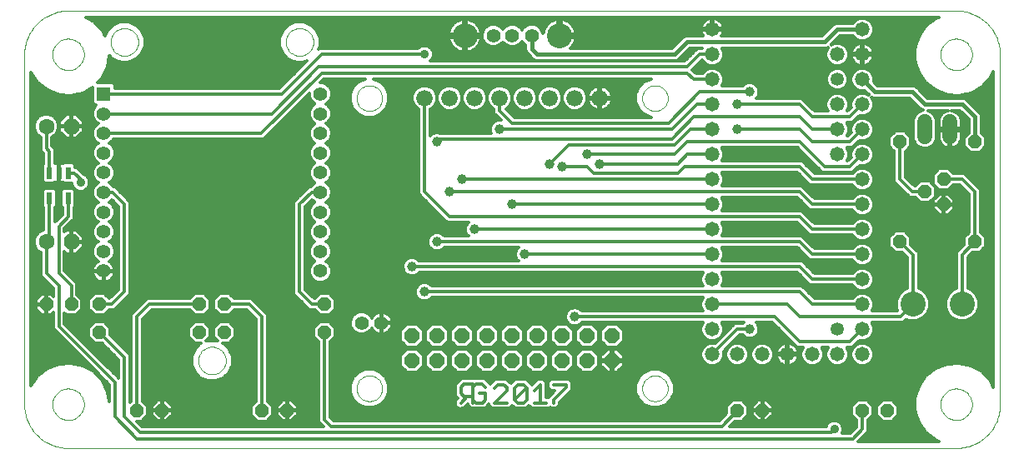
<source format=gtl>
G75*
G70*
%OFA0B0*%
%FSLAX24Y24*%
%IPPOS*%
%LPD*%
%AMOC8*
5,1,8,0,0,1.08239X$1,22.5*
%
%ADD10C,0.0000*%
%ADD11C,0.0560*%
%ADD12R,0.0560X0.0560*%
%ADD13C,0.0580*%
%ADD14OC8,0.0520*%
%ADD15C,0.0660*%
%ADD16R,0.0217X0.0472*%
%ADD17OC8,0.0630*%
%ADD18C,0.0630*%
%ADD19C,0.1000*%
%ADD20C,0.0120*%
%ADD21OC8,0.0600*%
%ADD22C,0.0594*%
%ADD23C,0.0396*%
%ADD24C,0.0357*%
%ADD25C,0.0160*%
%ADD26C,0.0531*%
D10*
X002418Y000253D02*
X037918Y000253D01*
X037288Y002003D02*
X037290Y002053D01*
X037296Y002103D01*
X037306Y002152D01*
X037320Y002200D01*
X037337Y002247D01*
X037358Y002292D01*
X037383Y002336D01*
X037411Y002377D01*
X037443Y002416D01*
X037477Y002453D01*
X037514Y002487D01*
X037554Y002517D01*
X037596Y002544D01*
X037640Y002568D01*
X037686Y002589D01*
X037733Y002605D01*
X037781Y002618D01*
X037831Y002627D01*
X037880Y002632D01*
X037931Y002633D01*
X037981Y002630D01*
X038030Y002623D01*
X038079Y002612D01*
X038127Y002597D01*
X038173Y002579D01*
X038218Y002557D01*
X038261Y002531D01*
X038302Y002502D01*
X038341Y002470D01*
X038377Y002435D01*
X038409Y002397D01*
X038439Y002357D01*
X038466Y002314D01*
X038489Y002270D01*
X038508Y002224D01*
X038524Y002176D01*
X038536Y002127D01*
X038544Y002078D01*
X038548Y002028D01*
X038548Y001978D01*
X038544Y001928D01*
X038536Y001879D01*
X038524Y001830D01*
X038508Y001782D01*
X038489Y001736D01*
X038466Y001692D01*
X038439Y001649D01*
X038409Y001609D01*
X038377Y001571D01*
X038341Y001536D01*
X038302Y001504D01*
X038261Y001475D01*
X038218Y001449D01*
X038173Y001427D01*
X038127Y001409D01*
X038079Y001394D01*
X038030Y001383D01*
X037981Y001376D01*
X037931Y001373D01*
X037880Y001374D01*
X037831Y001379D01*
X037781Y001388D01*
X037733Y001401D01*
X037686Y001417D01*
X037640Y001438D01*
X037596Y001462D01*
X037554Y001489D01*
X037514Y001519D01*
X037477Y001553D01*
X037443Y001590D01*
X037411Y001629D01*
X037383Y001670D01*
X037358Y001714D01*
X037337Y001759D01*
X037320Y001806D01*
X037306Y001854D01*
X037296Y001903D01*
X037290Y001953D01*
X037288Y002003D01*
X037918Y000253D02*
X038001Y000255D01*
X038084Y000261D01*
X038167Y000271D01*
X038249Y000285D01*
X038331Y000302D01*
X038411Y000324D01*
X038490Y000349D01*
X038568Y000378D01*
X038645Y000411D01*
X038720Y000448D01*
X038793Y000487D01*
X038864Y000531D01*
X038933Y000577D01*
X039000Y000627D01*
X039064Y000680D01*
X039126Y000736D01*
X039185Y000795D01*
X039241Y000857D01*
X039294Y000921D01*
X039344Y000988D01*
X039390Y001057D01*
X039434Y001128D01*
X039473Y001201D01*
X039510Y001276D01*
X039543Y001353D01*
X039572Y001431D01*
X039597Y001510D01*
X039619Y001590D01*
X039636Y001672D01*
X039650Y001754D01*
X039660Y001837D01*
X039666Y001920D01*
X039668Y002003D01*
X039668Y016003D01*
X037288Y016003D02*
X037290Y016053D01*
X037296Y016103D01*
X037306Y016152D01*
X037320Y016200D01*
X037337Y016247D01*
X037358Y016292D01*
X037383Y016336D01*
X037411Y016377D01*
X037443Y016416D01*
X037477Y016453D01*
X037514Y016487D01*
X037554Y016517D01*
X037596Y016544D01*
X037640Y016568D01*
X037686Y016589D01*
X037733Y016605D01*
X037781Y016618D01*
X037831Y016627D01*
X037880Y016632D01*
X037931Y016633D01*
X037981Y016630D01*
X038030Y016623D01*
X038079Y016612D01*
X038127Y016597D01*
X038173Y016579D01*
X038218Y016557D01*
X038261Y016531D01*
X038302Y016502D01*
X038341Y016470D01*
X038377Y016435D01*
X038409Y016397D01*
X038439Y016357D01*
X038466Y016314D01*
X038489Y016270D01*
X038508Y016224D01*
X038524Y016176D01*
X038536Y016127D01*
X038544Y016078D01*
X038548Y016028D01*
X038548Y015978D01*
X038544Y015928D01*
X038536Y015879D01*
X038524Y015830D01*
X038508Y015782D01*
X038489Y015736D01*
X038466Y015692D01*
X038439Y015649D01*
X038409Y015609D01*
X038377Y015571D01*
X038341Y015536D01*
X038302Y015504D01*
X038261Y015475D01*
X038218Y015449D01*
X038173Y015427D01*
X038127Y015409D01*
X038079Y015394D01*
X038030Y015383D01*
X037981Y015376D01*
X037931Y015373D01*
X037880Y015374D01*
X037831Y015379D01*
X037781Y015388D01*
X037733Y015401D01*
X037686Y015417D01*
X037640Y015438D01*
X037596Y015462D01*
X037554Y015489D01*
X037514Y015519D01*
X037477Y015553D01*
X037443Y015590D01*
X037411Y015629D01*
X037383Y015670D01*
X037358Y015714D01*
X037337Y015759D01*
X037320Y015806D01*
X037306Y015854D01*
X037296Y015903D01*
X037290Y015953D01*
X037288Y016003D01*
X037918Y017753D02*
X038001Y017751D01*
X038084Y017745D01*
X038167Y017735D01*
X038249Y017721D01*
X038331Y017704D01*
X038411Y017682D01*
X038490Y017657D01*
X038568Y017628D01*
X038645Y017595D01*
X038720Y017558D01*
X038793Y017519D01*
X038864Y017475D01*
X038933Y017429D01*
X039000Y017379D01*
X039064Y017326D01*
X039126Y017270D01*
X039185Y017211D01*
X039241Y017149D01*
X039294Y017085D01*
X039344Y017018D01*
X039390Y016949D01*
X039434Y016878D01*
X039473Y016805D01*
X039510Y016730D01*
X039543Y016653D01*
X039572Y016575D01*
X039597Y016496D01*
X039619Y016416D01*
X039636Y016334D01*
X039650Y016252D01*
X039660Y016169D01*
X039666Y016086D01*
X039668Y016003D01*
X037918Y017753D02*
X002418Y017753D01*
X004117Y016503D02*
X004119Y016550D01*
X004125Y016596D01*
X004135Y016642D01*
X004148Y016687D01*
X004166Y016730D01*
X004187Y016772D01*
X004211Y016812D01*
X004239Y016849D01*
X004270Y016884D01*
X004304Y016917D01*
X004340Y016946D01*
X004379Y016972D01*
X004420Y016995D01*
X004463Y017014D01*
X004507Y017030D01*
X004552Y017042D01*
X004598Y017050D01*
X004645Y017054D01*
X004691Y017054D01*
X004738Y017050D01*
X004784Y017042D01*
X004829Y017030D01*
X004873Y017014D01*
X004916Y016995D01*
X004957Y016972D01*
X004996Y016946D01*
X005032Y016917D01*
X005066Y016884D01*
X005097Y016849D01*
X005125Y016812D01*
X005149Y016772D01*
X005170Y016730D01*
X005188Y016687D01*
X005201Y016642D01*
X005211Y016596D01*
X005217Y016550D01*
X005219Y016503D01*
X005217Y016456D01*
X005211Y016410D01*
X005201Y016364D01*
X005188Y016319D01*
X005170Y016276D01*
X005149Y016234D01*
X005125Y016194D01*
X005097Y016157D01*
X005066Y016122D01*
X005032Y016089D01*
X004996Y016060D01*
X004957Y016034D01*
X004916Y016011D01*
X004873Y015992D01*
X004829Y015976D01*
X004784Y015964D01*
X004738Y015956D01*
X004691Y015952D01*
X004645Y015952D01*
X004598Y015956D01*
X004552Y015964D01*
X004507Y015976D01*
X004463Y015992D01*
X004420Y016011D01*
X004379Y016034D01*
X004340Y016060D01*
X004304Y016089D01*
X004270Y016122D01*
X004239Y016157D01*
X004211Y016194D01*
X004187Y016234D01*
X004166Y016276D01*
X004148Y016319D01*
X004135Y016364D01*
X004125Y016410D01*
X004119Y016456D01*
X004117Y016503D01*
X001788Y016003D02*
X001790Y016053D01*
X001796Y016103D01*
X001806Y016152D01*
X001820Y016200D01*
X001837Y016247D01*
X001858Y016292D01*
X001883Y016336D01*
X001911Y016377D01*
X001943Y016416D01*
X001977Y016453D01*
X002014Y016487D01*
X002054Y016517D01*
X002096Y016544D01*
X002140Y016568D01*
X002186Y016589D01*
X002233Y016605D01*
X002281Y016618D01*
X002331Y016627D01*
X002380Y016632D01*
X002431Y016633D01*
X002481Y016630D01*
X002530Y016623D01*
X002579Y016612D01*
X002627Y016597D01*
X002673Y016579D01*
X002718Y016557D01*
X002761Y016531D01*
X002802Y016502D01*
X002841Y016470D01*
X002877Y016435D01*
X002909Y016397D01*
X002939Y016357D01*
X002966Y016314D01*
X002989Y016270D01*
X003008Y016224D01*
X003024Y016176D01*
X003036Y016127D01*
X003044Y016078D01*
X003048Y016028D01*
X003048Y015978D01*
X003044Y015928D01*
X003036Y015879D01*
X003024Y015830D01*
X003008Y015782D01*
X002989Y015736D01*
X002966Y015692D01*
X002939Y015649D01*
X002909Y015609D01*
X002877Y015571D01*
X002841Y015536D01*
X002802Y015504D01*
X002761Y015475D01*
X002718Y015449D01*
X002673Y015427D01*
X002627Y015409D01*
X002579Y015394D01*
X002530Y015383D01*
X002481Y015376D01*
X002431Y015373D01*
X002380Y015374D01*
X002331Y015379D01*
X002281Y015388D01*
X002233Y015401D01*
X002186Y015417D01*
X002140Y015438D01*
X002096Y015462D01*
X002054Y015489D01*
X002014Y015519D01*
X001977Y015553D01*
X001943Y015590D01*
X001911Y015629D01*
X001883Y015670D01*
X001858Y015714D01*
X001837Y015759D01*
X001820Y015806D01*
X001806Y015854D01*
X001796Y015903D01*
X001790Y015953D01*
X001788Y016003D01*
X000668Y016003D02*
X000670Y016086D01*
X000676Y016169D01*
X000686Y016252D01*
X000700Y016334D01*
X000717Y016416D01*
X000739Y016496D01*
X000764Y016575D01*
X000793Y016653D01*
X000826Y016730D01*
X000863Y016805D01*
X000902Y016878D01*
X000946Y016949D01*
X000992Y017018D01*
X001042Y017085D01*
X001095Y017149D01*
X001151Y017211D01*
X001210Y017270D01*
X001272Y017326D01*
X001336Y017379D01*
X001403Y017429D01*
X001472Y017475D01*
X001543Y017519D01*
X001616Y017558D01*
X001691Y017595D01*
X001768Y017628D01*
X001846Y017657D01*
X001925Y017682D01*
X002005Y017704D01*
X002087Y017721D01*
X002169Y017735D01*
X002252Y017745D01*
X002335Y017751D01*
X002418Y017753D01*
X000668Y016003D02*
X000668Y002003D01*
X001788Y002003D02*
X001790Y002053D01*
X001796Y002103D01*
X001806Y002152D01*
X001820Y002200D01*
X001837Y002247D01*
X001858Y002292D01*
X001883Y002336D01*
X001911Y002377D01*
X001943Y002416D01*
X001977Y002453D01*
X002014Y002487D01*
X002054Y002517D01*
X002096Y002544D01*
X002140Y002568D01*
X002186Y002589D01*
X002233Y002605D01*
X002281Y002618D01*
X002331Y002627D01*
X002380Y002632D01*
X002431Y002633D01*
X002481Y002630D01*
X002530Y002623D01*
X002579Y002612D01*
X002627Y002597D01*
X002673Y002579D01*
X002718Y002557D01*
X002761Y002531D01*
X002802Y002502D01*
X002841Y002470D01*
X002877Y002435D01*
X002909Y002397D01*
X002939Y002357D01*
X002966Y002314D01*
X002989Y002270D01*
X003008Y002224D01*
X003024Y002176D01*
X003036Y002127D01*
X003044Y002078D01*
X003048Y002028D01*
X003048Y001978D01*
X003044Y001928D01*
X003036Y001879D01*
X003024Y001830D01*
X003008Y001782D01*
X002989Y001736D01*
X002966Y001692D01*
X002939Y001649D01*
X002909Y001609D01*
X002877Y001571D01*
X002841Y001536D01*
X002802Y001504D01*
X002761Y001475D01*
X002718Y001449D01*
X002673Y001427D01*
X002627Y001409D01*
X002579Y001394D01*
X002530Y001383D01*
X002481Y001376D01*
X002431Y001373D01*
X002380Y001374D01*
X002331Y001379D01*
X002281Y001388D01*
X002233Y001401D01*
X002186Y001417D01*
X002140Y001438D01*
X002096Y001462D01*
X002054Y001489D01*
X002014Y001519D01*
X001977Y001553D01*
X001943Y001590D01*
X001911Y001629D01*
X001883Y001670D01*
X001858Y001714D01*
X001837Y001759D01*
X001820Y001806D01*
X001806Y001854D01*
X001796Y001903D01*
X001790Y001953D01*
X001788Y002003D01*
X000668Y002003D02*
X000670Y001920D01*
X000676Y001837D01*
X000686Y001754D01*
X000700Y001672D01*
X000717Y001590D01*
X000739Y001510D01*
X000764Y001431D01*
X000793Y001353D01*
X000826Y001276D01*
X000863Y001201D01*
X000902Y001128D01*
X000946Y001057D01*
X000992Y000988D01*
X001042Y000921D01*
X001095Y000857D01*
X001151Y000795D01*
X001210Y000736D01*
X001272Y000680D01*
X001336Y000627D01*
X001403Y000577D01*
X001472Y000531D01*
X001543Y000487D01*
X001616Y000448D01*
X001691Y000411D01*
X001768Y000378D01*
X001846Y000349D01*
X001925Y000324D01*
X002005Y000302D01*
X002087Y000285D01*
X002169Y000271D01*
X002252Y000261D01*
X002335Y000255D01*
X002418Y000253D01*
X007617Y003753D02*
X007619Y003800D01*
X007625Y003846D01*
X007635Y003892D01*
X007648Y003937D01*
X007666Y003980D01*
X007687Y004022D01*
X007711Y004062D01*
X007739Y004099D01*
X007770Y004134D01*
X007804Y004167D01*
X007840Y004196D01*
X007879Y004222D01*
X007920Y004245D01*
X007963Y004264D01*
X008007Y004280D01*
X008052Y004292D01*
X008098Y004300D01*
X008145Y004304D01*
X008191Y004304D01*
X008238Y004300D01*
X008284Y004292D01*
X008329Y004280D01*
X008373Y004264D01*
X008416Y004245D01*
X008457Y004222D01*
X008496Y004196D01*
X008532Y004167D01*
X008566Y004134D01*
X008597Y004099D01*
X008625Y004062D01*
X008649Y004022D01*
X008670Y003980D01*
X008688Y003937D01*
X008701Y003892D01*
X008711Y003846D01*
X008717Y003800D01*
X008719Y003753D01*
X008717Y003706D01*
X008711Y003660D01*
X008701Y003614D01*
X008688Y003569D01*
X008670Y003526D01*
X008649Y003484D01*
X008625Y003444D01*
X008597Y003407D01*
X008566Y003372D01*
X008532Y003339D01*
X008496Y003310D01*
X008457Y003284D01*
X008416Y003261D01*
X008373Y003242D01*
X008329Y003226D01*
X008284Y003214D01*
X008238Y003206D01*
X008191Y003202D01*
X008145Y003202D01*
X008098Y003206D01*
X008052Y003214D01*
X008007Y003226D01*
X007963Y003242D01*
X007920Y003261D01*
X007879Y003284D01*
X007840Y003310D01*
X007804Y003339D01*
X007770Y003372D01*
X007739Y003407D01*
X007711Y003444D01*
X007687Y003484D01*
X007666Y003526D01*
X007648Y003569D01*
X007635Y003614D01*
X007625Y003660D01*
X007619Y003706D01*
X007617Y003753D01*
X013947Y002639D02*
X013949Y002684D01*
X013955Y002728D01*
X013964Y002772D01*
X013978Y002814D01*
X013995Y002855D01*
X014016Y002895D01*
X014040Y002933D01*
X014067Y002968D01*
X014097Y003001D01*
X014130Y003031D01*
X014165Y003058D01*
X014203Y003082D01*
X014243Y003103D01*
X014284Y003120D01*
X014326Y003134D01*
X014370Y003143D01*
X014414Y003149D01*
X014459Y003151D01*
X014504Y003149D01*
X014548Y003143D01*
X014592Y003134D01*
X014634Y003120D01*
X014675Y003103D01*
X014715Y003082D01*
X014753Y003058D01*
X014788Y003031D01*
X014821Y003001D01*
X014851Y002968D01*
X014878Y002933D01*
X014902Y002895D01*
X014923Y002855D01*
X014940Y002814D01*
X014954Y002772D01*
X014963Y002728D01*
X014969Y002684D01*
X014971Y002639D01*
X014969Y002594D01*
X014963Y002550D01*
X014954Y002506D01*
X014940Y002464D01*
X014923Y002423D01*
X014902Y002383D01*
X014878Y002345D01*
X014851Y002310D01*
X014821Y002277D01*
X014788Y002247D01*
X014753Y002220D01*
X014715Y002196D01*
X014675Y002175D01*
X014634Y002158D01*
X014592Y002144D01*
X014548Y002135D01*
X014504Y002129D01*
X014459Y002127D01*
X014414Y002129D01*
X014370Y002135D01*
X014326Y002144D01*
X014284Y002158D01*
X014243Y002175D01*
X014203Y002196D01*
X014165Y002220D01*
X014130Y002247D01*
X014097Y002277D01*
X014067Y002310D01*
X014040Y002345D01*
X014016Y002383D01*
X013995Y002423D01*
X013978Y002464D01*
X013964Y002506D01*
X013955Y002550D01*
X013949Y002594D01*
X013947Y002639D01*
X025364Y002639D02*
X025366Y002684D01*
X025372Y002728D01*
X025381Y002772D01*
X025395Y002814D01*
X025412Y002855D01*
X025433Y002895D01*
X025457Y002933D01*
X025484Y002968D01*
X025514Y003001D01*
X025547Y003031D01*
X025582Y003058D01*
X025620Y003082D01*
X025660Y003103D01*
X025701Y003120D01*
X025743Y003134D01*
X025787Y003143D01*
X025831Y003149D01*
X025876Y003151D01*
X025921Y003149D01*
X025965Y003143D01*
X026009Y003134D01*
X026051Y003120D01*
X026092Y003103D01*
X026132Y003082D01*
X026170Y003058D01*
X026205Y003031D01*
X026238Y003001D01*
X026268Y002968D01*
X026295Y002933D01*
X026319Y002895D01*
X026340Y002855D01*
X026357Y002814D01*
X026371Y002772D01*
X026380Y002728D01*
X026386Y002684D01*
X026388Y002639D01*
X026386Y002594D01*
X026380Y002550D01*
X026371Y002506D01*
X026357Y002464D01*
X026340Y002423D01*
X026319Y002383D01*
X026295Y002345D01*
X026268Y002310D01*
X026238Y002277D01*
X026205Y002247D01*
X026170Y002220D01*
X026132Y002196D01*
X026092Y002175D01*
X026051Y002158D01*
X026009Y002144D01*
X025965Y002135D01*
X025921Y002129D01*
X025876Y002127D01*
X025831Y002129D01*
X025787Y002135D01*
X025743Y002144D01*
X025701Y002158D01*
X025660Y002175D01*
X025620Y002196D01*
X025582Y002220D01*
X025547Y002247D01*
X025514Y002277D01*
X025484Y002310D01*
X025457Y002345D01*
X025433Y002383D01*
X025412Y002423D01*
X025395Y002464D01*
X025381Y002506D01*
X025372Y002550D01*
X025366Y002594D01*
X025364Y002639D01*
X025364Y014253D02*
X025366Y014298D01*
X025372Y014342D01*
X025381Y014386D01*
X025395Y014428D01*
X025412Y014469D01*
X025433Y014509D01*
X025457Y014547D01*
X025484Y014582D01*
X025514Y014615D01*
X025547Y014645D01*
X025582Y014672D01*
X025620Y014696D01*
X025660Y014717D01*
X025701Y014734D01*
X025743Y014748D01*
X025787Y014757D01*
X025831Y014763D01*
X025876Y014765D01*
X025921Y014763D01*
X025965Y014757D01*
X026009Y014748D01*
X026051Y014734D01*
X026092Y014717D01*
X026132Y014696D01*
X026170Y014672D01*
X026205Y014645D01*
X026238Y014615D01*
X026268Y014582D01*
X026295Y014547D01*
X026319Y014509D01*
X026340Y014469D01*
X026357Y014428D01*
X026371Y014386D01*
X026380Y014342D01*
X026386Y014298D01*
X026388Y014253D01*
X026386Y014208D01*
X026380Y014164D01*
X026371Y014120D01*
X026357Y014078D01*
X026340Y014037D01*
X026319Y013997D01*
X026295Y013959D01*
X026268Y013924D01*
X026238Y013891D01*
X026205Y013861D01*
X026170Y013834D01*
X026132Y013810D01*
X026092Y013789D01*
X026051Y013772D01*
X026009Y013758D01*
X025965Y013749D01*
X025921Y013743D01*
X025876Y013741D01*
X025831Y013743D01*
X025787Y013749D01*
X025743Y013758D01*
X025701Y013772D01*
X025660Y013789D01*
X025620Y013810D01*
X025582Y013834D01*
X025547Y013861D01*
X025514Y013891D01*
X025484Y013924D01*
X025457Y013959D01*
X025433Y013997D01*
X025412Y014037D01*
X025395Y014078D01*
X025381Y014120D01*
X025372Y014164D01*
X025366Y014208D01*
X025364Y014253D01*
X013947Y014253D02*
X013949Y014298D01*
X013955Y014342D01*
X013964Y014386D01*
X013978Y014428D01*
X013995Y014469D01*
X014016Y014509D01*
X014040Y014547D01*
X014067Y014582D01*
X014097Y014615D01*
X014130Y014645D01*
X014165Y014672D01*
X014203Y014696D01*
X014243Y014717D01*
X014284Y014734D01*
X014326Y014748D01*
X014370Y014757D01*
X014414Y014763D01*
X014459Y014765D01*
X014504Y014763D01*
X014548Y014757D01*
X014592Y014748D01*
X014634Y014734D01*
X014675Y014717D01*
X014715Y014696D01*
X014753Y014672D01*
X014788Y014645D01*
X014821Y014615D01*
X014851Y014582D01*
X014878Y014547D01*
X014902Y014509D01*
X014923Y014469D01*
X014940Y014428D01*
X014954Y014386D01*
X014963Y014342D01*
X014969Y014298D01*
X014971Y014253D01*
X014969Y014208D01*
X014963Y014164D01*
X014954Y014120D01*
X014940Y014078D01*
X014923Y014037D01*
X014902Y013997D01*
X014878Y013959D01*
X014851Y013924D01*
X014821Y013891D01*
X014788Y013861D01*
X014753Y013834D01*
X014715Y013810D01*
X014675Y013789D01*
X014634Y013772D01*
X014592Y013758D01*
X014548Y013749D01*
X014504Y013743D01*
X014459Y013741D01*
X014414Y013743D01*
X014370Y013749D01*
X014326Y013758D01*
X014284Y013772D01*
X014243Y013789D01*
X014203Y013810D01*
X014165Y013834D01*
X014130Y013861D01*
X014097Y013891D01*
X014067Y013924D01*
X014040Y013959D01*
X014016Y013997D01*
X013995Y014037D01*
X013978Y014078D01*
X013964Y014120D01*
X013955Y014164D01*
X013949Y014208D01*
X013947Y014253D01*
X011117Y016503D02*
X011119Y016550D01*
X011125Y016596D01*
X011135Y016642D01*
X011148Y016687D01*
X011166Y016730D01*
X011187Y016772D01*
X011211Y016812D01*
X011239Y016849D01*
X011270Y016884D01*
X011304Y016917D01*
X011340Y016946D01*
X011379Y016972D01*
X011420Y016995D01*
X011463Y017014D01*
X011507Y017030D01*
X011552Y017042D01*
X011598Y017050D01*
X011645Y017054D01*
X011691Y017054D01*
X011738Y017050D01*
X011784Y017042D01*
X011829Y017030D01*
X011873Y017014D01*
X011916Y016995D01*
X011957Y016972D01*
X011996Y016946D01*
X012032Y016917D01*
X012066Y016884D01*
X012097Y016849D01*
X012125Y016812D01*
X012149Y016772D01*
X012170Y016730D01*
X012188Y016687D01*
X012201Y016642D01*
X012211Y016596D01*
X012217Y016550D01*
X012219Y016503D01*
X012217Y016456D01*
X012211Y016410D01*
X012201Y016364D01*
X012188Y016319D01*
X012170Y016276D01*
X012149Y016234D01*
X012125Y016194D01*
X012097Y016157D01*
X012066Y016122D01*
X012032Y016089D01*
X011996Y016060D01*
X011957Y016034D01*
X011916Y016011D01*
X011873Y015992D01*
X011829Y015976D01*
X011784Y015964D01*
X011738Y015956D01*
X011691Y015952D01*
X011645Y015952D01*
X011598Y015956D01*
X011552Y015964D01*
X011507Y015976D01*
X011463Y015992D01*
X011420Y016011D01*
X011379Y016034D01*
X011340Y016060D01*
X011304Y016089D01*
X011270Y016122D01*
X011239Y016157D01*
X011211Y016194D01*
X011187Y016234D01*
X011166Y016276D01*
X011148Y016319D01*
X011135Y016364D01*
X011125Y016410D01*
X011119Y016456D01*
X011117Y016503D01*
D11*
X012498Y014419D03*
X012498Y013631D03*
X012498Y012844D03*
X012498Y012056D03*
X012498Y011269D03*
X012498Y010481D03*
X012498Y009694D03*
X012498Y008907D03*
X012498Y008119D03*
X012498Y007332D03*
X014149Y005253D03*
X014936Y005253D03*
X003837Y007332D03*
X003837Y008119D03*
X003837Y008907D03*
X003837Y009694D03*
X003837Y010481D03*
X003837Y011269D03*
X003837Y012056D03*
X003837Y012844D03*
X003837Y013631D03*
X019420Y016753D03*
X020168Y016753D03*
X020955Y016753D03*
D12*
X003837Y014419D03*
D13*
X028168Y014003D03*
X028168Y013003D03*
X028168Y012003D03*
X028168Y011003D03*
X028168Y010003D03*
X028168Y009003D03*
X028168Y008003D03*
X028168Y007003D03*
X028168Y006003D03*
X028168Y005003D03*
X028168Y004003D03*
X029168Y004003D03*
X030168Y004003D03*
X031168Y004003D03*
X032168Y004003D03*
X033168Y004003D03*
X034168Y004003D03*
X034168Y005003D03*
X034168Y006003D03*
X034168Y007003D03*
X034168Y008003D03*
X034168Y009003D03*
X034168Y010003D03*
X034168Y011003D03*
X034168Y012003D03*
X033168Y012003D03*
X033168Y013003D03*
X034168Y013003D03*
X034168Y014003D03*
X033168Y014003D03*
X034168Y015003D03*
X034168Y016003D03*
X033168Y016003D03*
X034168Y017003D03*
X028168Y017003D03*
X028168Y016003D03*
X028168Y015003D03*
D14*
X035668Y012503D03*
X037418Y011003D03*
X036668Y010503D03*
X037418Y010003D03*
X038668Y008503D03*
X035668Y008503D03*
X038668Y012503D03*
X035168Y001753D03*
X034168Y001753D03*
X030168Y001753D03*
X029168Y001753D03*
X012668Y004878D03*
X012668Y006003D03*
X008668Y006003D03*
X007668Y006003D03*
X007668Y004878D03*
X008668Y004878D03*
X003668Y004878D03*
X003668Y006003D03*
X002543Y006003D03*
X001543Y006003D03*
X005168Y001753D03*
X006168Y001753D03*
X010168Y001753D03*
X011168Y001753D03*
D15*
X016668Y014253D03*
X017668Y014253D03*
X018668Y014253D03*
X019668Y014253D03*
X020668Y014253D03*
X021668Y014253D03*
X022668Y014253D03*
X023668Y014253D03*
D16*
X002417Y011265D03*
X002043Y011265D03*
X001669Y011265D03*
X001669Y010241D03*
X002417Y010241D03*
D17*
X002543Y008503D03*
X002543Y013128D03*
D18*
X001543Y013128D03*
X001543Y008503D03*
D19*
X018278Y016753D03*
X022057Y016753D03*
X036183Y006003D03*
X038152Y006003D03*
D20*
X038152Y007987D01*
X038668Y008503D01*
X038668Y010503D01*
X038168Y011003D01*
X037418Y011003D01*
X037712Y011317D02*
X039408Y011317D01*
X039408Y011199D02*
X038297Y011199D01*
X038263Y011233D02*
X037796Y011233D01*
X037596Y011433D01*
X037239Y011433D01*
X036988Y011181D01*
X036988Y010825D01*
X037239Y010573D01*
X037596Y010573D01*
X037796Y010773D01*
X038072Y010773D01*
X038438Y010408D01*
X038438Y008881D01*
X038238Y008681D01*
X038238Y008398D01*
X037922Y008083D01*
X037922Y007892D01*
X037922Y006633D01*
X037772Y006571D01*
X037584Y006383D01*
X037482Y006136D01*
X037482Y005870D01*
X037584Y005624D01*
X037772Y005435D01*
X038019Y005333D01*
X038285Y005333D01*
X038531Y005435D01*
X038720Y005624D01*
X038822Y005870D01*
X038822Y006136D01*
X038720Y006383D01*
X038531Y006571D01*
X038382Y006633D01*
X038382Y007892D01*
X038563Y008073D01*
X038846Y008073D01*
X039098Y008325D01*
X039098Y008681D01*
X038898Y008881D01*
X038898Y010408D01*
X038898Y010598D01*
X038398Y011098D01*
X038263Y011233D01*
X038416Y011080D02*
X039408Y011080D01*
X039408Y010962D02*
X038534Y010962D01*
X038653Y010843D02*
X039408Y010843D01*
X039408Y010724D02*
X038771Y010724D01*
X038890Y010606D02*
X039408Y010606D01*
X039408Y010487D02*
X038898Y010487D01*
X038898Y010369D02*
X039408Y010369D01*
X039408Y010250D02*
X038898Y010250D01*
X038898Y010132D02*
X039408Y010132D01*
X039408Y010013D02*
X038898Y010013D01*
X038898Y009895D02*
X039408Y009895D01*
X039408Y009776D02*
X038898Y009776D01*
X038898Y009658D02*
X039408Y009658D01*
X039408Y009539D02*
X038898Y009539D01*
X038898Y009420D02*
X039408Y009420D01*
X039408Y009302D02*
X038898Y009302D01*
X038898Y009183D02*
X039408Y009183D01*
X039408Y009065D02*
X038898Y009065D01*
X038898Y008946D02*
X039408Y008946D01*
X039408Y008828D02*
X038951Y008828D01*
X039070Y008709D02*
X039408Y008709D01*
X039408Y008591D02*
X039098Y008591D01*
X039098Y008472D02*
X039408Y008472D01*
X039408Y008354D02*
X039098Y008354D01*
X039008Y008235D02*
X039408Y008235D01*
X039408Y008116D02*
X038889Y008116D01*
X038488Y007998D02*
X039408Y007998D01*
X039408Y007879D02*
X038382Y007879D01*
X038382Y007761D02*
X039408Y007761D01*
X039408Y007642D02*
X038382Y007642D01*
X038382Y007524D02*
X039408Y007524D01*
X039408Y007405D02*
X038382Y007405D01*
X038382Y007287D02*
X039408Y007287D01*
X039408Y007168D02*
X038382Y007168D01*
X038382Y007050D02*
X039408Y007050D01*
X039408Y006931D02*
X038382Y006931D01*
X038382Y006813D02*
X039408Y006813D01*
X039408Y006694D02*
X038382Y006694D01*
X038521Y006575D02*
X039408Y006575D01*
X039408Y006457D02*
X038646Y006457D01*
X038738Y006338D02*
X039408Y006338D01*
X039408Y006220D02*
X038787Y006220D01*
X038822Y006101D02*
X039408Y006101D01*
X039408Y005983D02*
X038822Y005983D01*
X038819Y005864D02*
X039408Y005864D01*
X039408Y005746D02*
X038770Y005746D01*
X038721Y005627D02*
X039408Y005627D01*
X039408Y005509D02*
X038605Y005509D01*
X038422Y005390D02*
X039408Y005390D01*
X039408Y005271D02*
X034550Y005271D01*
X034548Y005273D02*
X035588Y005273D01*
X035779Y005273D01*
X035900Y005395D01*
X036050Y005333D01*
X036317Y005333D01*
X036563Y005435D01*
X036751Y005624D01*
X036853Y005870D01*
X036853Y006136D01*
X036751Y006383D01*
X036563Y006571D01*
X036413Y006633D01*
X036413Y007892D01*
X036413Y008083D01*
X036098Y008398D01*
X036098Y008681D01*
X035846Y008933D01*
X035489Y008933D01*
X035238Y008681D01*
X035238Y008325D01*
X035489Y008073D01*
X035772Y008073D01*
X035953Y007892D01*
X035953Y006633D01*
X035804Y006571D01*
X035615Y006383D01*
X035513Y006136D01*
X035513Y005870D01*
X035570Y005733D01*
X034548Y005733D01*
X034557Y005743D01*
X034628Y005912D01*
X034628Y006095D01*
X034557Y006264D01*
X034428Y006393D01*
X034259Y006463D01*
X034076Y006463D01*
X033907Y006393D01*
X033778Y006264D01*
X033765Y006233D01*
X032263Y006233D01*
X031763Y006733D01*
X031572Y006733D01*
X028548Y006733D01*
X028557Y006743D01*
X028628Y006912D01*
X028628Y007095D01*
X028557Y007264D01*
X028548Y007273D01*
X031572Y007273D01*
X032072Y006773D01*
X032263Y006773D01*
X033765Y006773D01*
X033778Y006743D01*
X033907Y006613D01*
X034076Y006543D01*
X034259Y006543D01*
X034428Y006613D01*
X034557Y006743D01*
X034628Y006912D01*
X034628Y007095D01*
X034557Y007264D01*
X034428Y007393D01*
X034259Y007463D01*
X034076Y007463D01*
X033907Y007393D01*
X033778Y007264D01*
X033765Y007233D01*
X032263Y007233D01*
X031763Y007733D01*
X031572Y007733D01*
X028548Y007733D01*
X028557Y007743D01*
X028628Y007912D01*
X028628Y008095D01*
X028557Y008264D01*
X028548Y008273D01*
X031572Y008273D01*
X032072Y007773D01*
X032263Y007773D01*
X033765Y007773D01*
X033778Y007743D01*
X033907Y007613D01*
X034076Y007543D01*
X034259Y007543D01*
X034428Y007613D01*
X034557Y007743D01*
X034628Y007912D01*
X034628Y008095D01*
X034557Y008264D01*
X034428Y008393D01*
X034259Y008463D01*
X034076Y008463D01*
X033907Y008393D01*
X033778Y008264D01*
X033765Y008233D01*
X032263Y008233D01*
X031898Y008598D01*
X031763Y008733D01*
X028548Y008733D01*
X028557Y008743D01*
X028628Y008912D01*
X028628Y009095D01*
X028557Y009264D01*
X028548Y009273D01*
X031572Y009273D01*
X032072Y008773D01*
X032263Y008773D01*
X033765Y008773D01*
X033778Y008743D01*
X033907Y008613D01*
X034076Y008543D01*
X034259Y008543D01*
X034428Y008613D01*
X034557Y008743D01*
X034628Y008912D01*
X034628Y009095D01*
X034557Y009264D01*
X034428Y009393D01*
X034259Y009463D01*
X034076Y009463D01*
X033907Y009393D01*
X033778Y009264D01*
X033765Y009233D01*
X032263Y009233D01*
X031898Y009598D01*
X031763Y009733D01*
X028548Y009733D01*
X028557Y009743D01*
X028628Y009912D01*
X028628Y010095D01*
X028557Y010264D01*
X028548Y010273D01*
X031572Y010273D01*
X032072Y009773D01*
X032263Y009773D01*
X033765Y009773D01*
X033778Y009743D01*
X033907Y009613D01*
X034076Y009543D01*
X034259Y009543D01*
X034428Y009613D01*
X034557Y009743D01*
X034628Y009912D01*
X034628Y010095D01*
X034557Y010264D01*
X034428Y010393D01*
X034259Y010463D01*
X034076Y010463D01*
X033907Y010393D01*
X033778Y010264D01*
X033765Y010233D01*
X032263Y010233D01*
X031898Y010598D01*
X031763Y010733D01*
X028548Y010733D01*
X028557Y010743D01*
X028628Y010912D01*
X028628Y011095D01*
X028557Y011264D01*
X028548Y011273D01*
X031572Y011273D01*
X031938Y010908D01*
X032072Y010773D01*
X033765Y010773D01*
X033778Y010743D01*
X033907Y010613D01*
X034076Y010543D01*
X034259Y010543D01*
X034428Y010613D01*
X034557Y010743D01*
X034628Y010912D01*
X034628Y011095D01*
X034557Y011264D01*
X034428Y011393D01*
X034259Y011463D01*
X034076Y011463D01*
X033907Y011393D01*
X033778Y011264D01*
X033765Y011233D01*
X032263Y011233D01*
X031763Y011733D01*
X031572Y011733D01*
X028548Y011733D01*
X028557Y011743D01*
X028628Y011912D01*
X028628Y012095D01*
X028557Y012264D01*
X028548Y012273D01*
X031572Y012273D01*
X032438Y011408D01*
X032572Y011273D01*
X033572Y011273D01*
X033763Y011273D01*
X034045Y011556D01*
X034076Y011543D01*
X034259Y011543D01*
X034428Y011613D01*
X034557Y011743D01*
X034628Y011912D01*
X034628Y012095D01*
X034557Y012264D01*
X034428Y012393D01*
X034259Y012463D01*
X034076Y012463D01*
X033907Y012393D01*
X033778Y012264D01*
X033708Y012095D01*
X033708Y011912D01*
X033720Y011881D01*
X033572Y011733D01*
X033548Y011733D01*
X033557Y011743D01*
X033628Y011912D01*
X033628Y012095D01*
X033557Y012264D01*
X033548Y012273D01*
X033763Y012273D01*
X033898Y012408D01*
X034045Y012556D01*
X034076Y012543D01*
X034259Y012543D01*
X034428Y012613D01*
X034557Y012743D01*
X034628Y012912D01*
X034628Y013095D01*
X034557Y013264D01*
X034428Y013393D01*
X034259Y013463D01*
X034076Y013463D01*
X033907Y013393D01*
X033778Y013264D01*
X033708Y013095D01*
X033627Y013095D01*
X033628Y013095D02*
X033557Y013264D01*
X033548Y013273D01*
X033763Y013273D01*
X033898Y013408D01*
X034045Y013556D01*
X034076Y013543D01*
X034259Y013543D01*
X034428Y013613D01*
X034557Y013743D01*
X034628Y013912D01*
X034628Y014095D01*
X034557Y014264D01*
X034533Y014288D01*
X034618Y014253D01*
X034717Y014253D01*
X036064Y014253D01*
X036526Y013791D01*
X036585Y013767D01*
X036575Y013767D01*
X036403Y013696D01*
X036272Y013564D01*
X036201Y013393D01*
X036201Y012613D01*
X036272Y012442D01*
X036403Y012311D01*
X036575Y012239D01*
X036760Y012239D01*
X036932Y012311D01*
X037063Y012442D01*
X037134Y012613D01*
X037134Y013393D01*
X037063Y013564D01*
X036932Y013696D01*
X036793Y013753D01*
X037609Y013753D01*
X037561Y013746D01*
X037492Y013723D01*
X037428Y013691D01*
X037370Y013648D01*
X037319Y013598D01*
X037277Y013539D01*
X037244Y013475D01*
X037222Y013407D01*
X037211Y013336D01*
X037211Y013042D01*
X037629Y013042D01*
X037629Y012965D01*
X037211Y012965D01*
X037211Y012670D01*
X037222Y012599D01*
X037244Y012531D01*
X037277Y012467D01*
X037319Y012409D01*
X037370Y012358D01*
X037428Y012316D01*
X037492Y012283D01*
X037561Y012261D01*
X037629Y012250D01*
X037629Y012964D01*
X037706Y012964D01*
X037706Y012250D01*
X037775Y012261D01*
X037843Y012283D01*
X037907Y012316D01*
X037965Y012358D01*
X038016Y012409D01*
X038058Y012467D01*
X038091Y012531D01*
X038113Y012599D01*
X038124Y012670D01*
X038124Y012965D01*
X037706Y012965D01*
X037706Y013042D01*
X038124Y013042D01*
X038124Y013336D01*
X038113Y013407D01*
X038091Y013475D01*
X038058Y013539D01*
X038016Y013598D01*
X037965Y013648D01*
X037907Y013691D01*
X037843Y013723D01*
X037775Y013746D01*
X037726Y013753D01*
X038064Y013753D01*
X038418Y013400D01*
X038418Y012861D01*
X038238Y012681D01*
X038238Y012325D01*
X038489Y012073D01*
X038846Y012073D01*
X039098Y012325D01*
X039098Y012681D01*
X038918Y012861D01*
X038918Y013553D01*
X038879Y013645D01*
X038809Y013715D01*
X038309Y014215D01*
X038217Y014253D01*
X038118Y014253D01*
X036771Y014253D01*
X036379Y014645D01*
X036309Y014715D01*
X036217Y014753D01*
X034771Y014753D01*
X034623Y014901D01*
X034628Y014912D01*
X034628Y015095D01*
X034557Y015264D01*
X034428Y015393D01*
X034259Y015463D01*
X034076Y015463D01*
X033907Y015393D01*
X033778Y015264D01*
X033708Y015095D01*
X033708Y014912D01*
X033778Y014743D01*
X033907Y014613D01*
X034076Y014543D01*
X034259Y014543D01*
X034270Y014548D01*
X034421Y014396D01*
X034259Y014463D01*
X034076Y014463D01*
X033907Y014393D01*
X033778Y014264D01*
X033708Y014095D01*
X033708Y013912D01*
X033720Y013881D01*
X033572Y013733D01*
X033548Y013733D01*
X033557Y013743D01*
X033628Y013912D01*
X033628Y014095D01*
X033557Y014264D01*
X033428Y014393D01*
X033259Y014463D01*
X033076Y014463D01*
X032907Y014393D01*
X032778Y014264D01*
X032708Y014095D01*
X032708Y013912D01*
X032778Y013743D01*
X032787Y013733D01*
X032263Y013733D01*
X031898Y014098D01*
X031763Y014233D01*
X029918Y014233D01*
X029980Y014295D01*
X030036Y014430D01*
X030036Y014576D01*
X029980Y014712D01*
X029876Y014815D01*
X029741Y014871D01*
X029594Y014871D01*
X029459Y014815D01*
X029377Y014733D01*
X028548Y014733D01*
X028557Y014743D01*
X028628Y014912D01*
X028628Y015095D01*
X028557Y015264D01*
X028428Y015393D01*
X028259Y015463D01*
X028076Y015463D01*
X027907Y015393D01*
X027778Y015264D01*
X027765Y015233D01*
X027513Y015233D01*
X027368Y015378D01*
X027398Y015408D01*
X027763Y015773D01*
X027765Y015773D01*
X027778Y015743D01*
X027907Y015613D01*
X028076Y015543D01*
X028259Y015543D01*
X028428Y015613D01*
X028557Y015743D01*
X028628Y015912D01*
X028628Y016095D01*
X028562Y016253D01*
X032618Y016253D01*
X032717Y016253D01*
X032802Y016288D01*
X032778Y016264D01*
X032708Y016095D01*
X032708Y015912D01*
X032778Y015743D01*
X032907Y015613D01*
X033076Y015543D01*
X033259Y015543D01*
X033428Y015613D01*
X033557Y015743D01*
X033628Y015912D01*
X033628Y016095D01*
X033557Y016264D01*
X033428Y016393D01*
X033259Y016463D01*
X033076Y016463D01*
X032914Y016396D01*
X033271Y016753D01*
X033773Y016753D01*
X033778Y016743D01*
X033907Y016613D01*
X034076Y016543D01*
X034259Y016543D01*
X034428Y016613D01*
X034557Y016743D01*
X034628Y016912D01*
X034628Y017095D01*
X034557Y017264D01*
X034428Y017393D01*
X034259Y017463D01*
X034076Y017463D01*
X033907Y017393D01*
X033778Y017264D01*
X033773Y017253D01*
X033118Y017253D01*
X033026Y017215D01*
X032956Y017145D01*
X032564Y016753D01*
X028542Y016753D01*
X028552Y016767D01*
X028585Y016830D01*
X028606Y016898D01*
X028618Y016968D01*
X028203Y016968D01*
X028203Y017038D01*
X028618Y017038D01*
X028618Y017039D01*
X028606Y017109D01*
X028585Y017176D01*
X028552Y017239D01*
X028511Y017296D01*
X028461Y017346D01*
X028403Y017388D01*
X028340Y017420D01*
X028273Y017442D01*
X028203Y017453D01*
X028203Y017453D01*
X028203Y017038D01*
X028132Y017038D01*
X028132Y016968D01*
X027718Y016968D01*
X027718Y016968D01*
X027729Y016898D01*
X027751Y016830D01*
X027783Y016767D01*
X027793Y016753D01*
X027118Y016753D01*
X027026Y016715D01*
X026956Y016645D01*
X026564Y016253D01*
X022490Y016253D01*
X022493Y016256D01*
X022555Y016317D01*
X022607Y016386D01*
X022651Y016461D01*
X022684Y016541D01*
X022706Y016624D01*
X022715Y016693D01*
X022117Y016693D01*
X022117Y016813D01*
X021997Y016813D01*
X021997Y017411D01*
X021928Y017402D01*
X021845Y017379D01*
X021765Y017346D01*
X021690Y017303D01*
X021621Y017250D01*
X021560Y017189D01*
X021507Y017121D01*
X021464Y017046D01*
X021431Y016966D01*
X021409Y016882D01*
X021404Y016845D01*
X021336Y017008D01*
X021210Y017135D01*
X021044Y017203D01*
X020865Y017203D01*
X020700Y017135D01*
X020573Y017008D01*
X020561Y016978D01*
X020549Y017008D01*
X020422Y017135D01*
X020257Y017203D01*
X020078Y017203D01*
X019913Y017135D01*
X019794Y017015D01*
X019674Y017135D01*
X019509Y017203D01*
X019330Y017203D01*
X019165Y017135D01*
X019038Y017008D01*
X018970Y016843D01*
X018970Y016664D01*
X019038Y016498D01*
X019165Y016372D01*
X019330Y016303D01*
X019509Y016303D01*
X019674Y016372D01*
X019794Y016491D01*
X019913Y016372D01*
X020078Y016303D01*
X020257Y016303D01*
X020422Y016372D01*
X020549Y016498D01*
X020561Y016528D01*
X020573Y016498D01*
X020700Y016372D01*
X020705Y016370D01*
X020705Y016265D01*
X020705Y016166D01*
X020743Y016074D01*
X020956Y015862D01*
X021026Y015791D01*
X021118Y015753D01*
X026618Y015753D01*
X026717Y015753D01*
X026809Y015791D01*
X027271Y016253D01*
X027773Y016253D01*
X027765Y016233D01*
X027763Y016233D01*
X027572Y016233D01*
X027072Y015733D01*
X016890Y015733D01*
X016963Y015806D01*
X017016Y015934D01*
X017016Y016072D01*
X016963Y016201D01*
X016865Y016299D01*
X016737Y016352D01*
X016598Y016352D01*
X016470Y016299D01*
X016405Y016233D01*
X012638Y016233D01*
X012447Y016233D01*
X012424Y016210D01*
X012479Y016342D01*
X012479Y016664D01*
X012355Y016963D01*
X012127Y017191D01*
X011829Y017314D01*
X011506Y017314D01*
X011208Y017191D01*
X010980Y016963D01*
X010856Y016664D01*
X010856Y016342D01*
X010980Y016044D01*
X011208Y015815D01*
X011506Y015692D01*
X011829Y015692D01*
X011961Y015747D01*
X010863Y014648D01*
X004287Y014648D01*
X004287Y014769D01*
X004187Y014868D01*
X003604Y014868D01*
X003789Y015068D01*
X004004Y015514D01*
X004070Y015954D01*
X004208Y015815D01*
X004506Y015692D01*
X004829Y015692D01*
X005127Y015815D01*
X005355Y016044D01*
X005479Y016342D01*
X005479Y016664D01*
X005355Y016963D01*
X005127Y017191D01*
X004829Y017314D01*
X004506Y017314D01*
X004208Y017191D01*
X003980Y016963D01*
X003886Y016736D01*
X003789Y016938D01*
X003789Y016938D01*
X003453Y017301D01*
X003452Y017301D01*
X003120Y017493D01*
X037221Y017493D01*
X037088Y017441D01*
X036701Y017132D01*
X036422Y016723D01*
X036276Y016251D01*
X036276Y016251D01*
X036276Y015756D01*
X036276Y015756D01*
X036422Y015283D01*
X036422Y015283D01*
X036701Y014874D01*
X037088Y014566D01*
X037548Y014385D01*
X038042Y014348D01*
X038524Y014458D01*
X038953Y014705D01*
X038953Y014705D01*
X039289Y015068D01*
X039289Y015068D01*
X039408Y015314D01*
X039408Y002692D01*
X039289Y002938D01*
X038952Y003301D01*
X038524Y003548D01*
X038042Y003658D01*
X038042Y003658D01*
X037548Y003621D01*
X037088Y003441D01*
X036701Y003132D01*
X036422Y002723D01*
X036276Y002251D01*
X036276Y002251D01*
X036276Y001756D01*
X036276Y001756D01*
X036422Y001283D01*
X036422Y001283D01*
X036701Y000874D01*
X037088Y000566D01*
X037221Y000513D01*
X034003Y000513D01*
X034263Y000773D01*
X034398Y000908D01*
X034398Y001375D01*
X034598Y001575D01*
X034598Y001931D01*
X034346Y002183D01*
X033989Y002183D01*
X033738Y001931D01*
X033738Y001575D01*
X033938Y001375D01*
X033938Y001098D01*
X033697Y000858D01*
X033360Y000858D01*
X033391Y000934D01*
X033391Y001072D01*
X033338Y001201D01*
X033240Y001299D01*
X033112Y001352D01*
X032973Y001352D01*
X032845Y001299D01*
X032747Y001201D01*
X032709Y001108D01*
X028848Y001108D01*
X029063Y001323D01*
X029346Y001323D01*
X029598Y001575D01*
X029598Y001931D01*
X029346Y002183D01*
X028989Y002183D01*
X028738Y001931D01*
X028738Y001648D01*
X028447Y001358D01*
X013013Y001358D01*
X012898Y001473D01*
X012898Y004500D01*
X013098Y004700D01*
X013098Y005056D01*
X012846Y005308D01*
X012489Y005308D01*
X012238Y005056D01*
X012238Y004700D01*
X012438Y004500D01*
X012438Y001473D01*
X012438Y001283D01*
X012612Y001108D01*
X005388Y001108D01*
X005173Y001323D01*
X005346Y001323D01*
X005598Y001575D01*
X005598Y001931D01*
X005398Y002131D01*
X005398Y005408D01*
X005763Y005773D01*
X007289Y005773D01*
X007489Y005573D01*
X007846Y005573D01*
X008098Y005825D01*
X008098Y006181D01*
X007846Y006433D01*
X007489Y006433D01*
X007289Y006233D01*
X005572Y006233D01*
X005438Y006098D01*
X004938Y005598D01*
X004938Y005408D01*
X004938Y002131D01*
X004898Y002091D01*
X004898Y003783D01*
X004898Y003973D01*
X004098Y004773D01*
X004098Y005056D01*
X003846Y005308D01*
X003489Y005308D01*
X003238Y005056D01*
X003238Y004700D01*
X003489Y004448D01*
X003772Y004448D01*
X004438Y003783D01*
X004438Y003058D01*
X004388Y003108D01*
X002273Y005223D01*
X002273Y005665D01*
X002364Y005573D01*
X002721Y005573D01*
X002973Y005825D01*
X002973Y006181D01*
X002773Y006381D01*
X002773Y006848D01*
X002638Y006983D01*
X002273Y007348D01*
X002273Y008101D01*
X002346Y008028D01*
X002522Y008028D01*
X002522Y008483D01*
X002563Y008483D01*
X002563Y008523D01*
X003018Y008523D01*
X003018Y008700D01*
X002739Y008978D01*
X002563Y008978D01*
X002563Y008523D01*
X002522Y008523D01*
X002522Y008978D01*
X002346Y008978D01*
X002273Y008905D01*
X002273Y009033D01*
X002647Y009407D01*
X002647Y009597D01*
X002647Y009886D01*
X002695Y009935D01*
X002695Y010548D01*
X002595Y010648D01*
X002238Y010648D01*
X002138Y010548D01*
X002138Y009935D01*
X002187Y009886D01*
X002187Y009597D01*
X001947Y009358D01*
X001899Y009309D01*
X001899Y009886D01*
X001947Y009935D01*
X001947Y010548D01*
X001847Y010648D01*
X001490Y010648D01*
X001390Y010548D01*
X001390Y009935D01*
X001439Y009886D01*
X001439Y008985D01*
X001268Y008914D01*
X001131Y008778D01*
X001058Y008600D01*
X001058Y008407D01*
X001131Y008228D01*
X001268Y008092D01*
X001313Y008073D01*
X001313Y007348D01*
X001313Y007158D01*
X001813Y006658D01*
X001813Y006327D01*
X001716Y006423D01*
X001563Y006423D01*
X001563Y006023D01*
X001522Y006023D01*
X001522Y005983D01*
X001123Y005983D01*
X001123Y005829D01*
X001369Y005583D01*
X001522Y005583D01*
X001522Y005983D01*
X001563Y005983D01*
X001563Y005583D01*
X001716Y005583D01*
X001813Y005679D01*
X001813Y005223D01*
X001813Y005033D01*
X004063Y002783D01*
X004063Y002102D01*
X004004Y002492D01*
X004004Y002492D01*
X003789Y002938D01*
X003789Y002938D01*
X003453Y003301D01*
X003452Y003301D01*
X003024Y003548D01*
X002542Y003658D01*
X002542Y003658D01*
X002048Y003621D01*
X001588Y003441D01*
X001201Y003132D01*
X000928Y002732D01*
X000928Y015275D01*
X001201Y014874D01*
X001588Y014566D01*
X002048Y014385D01*
X002542Y014348D01*
X003024Y014458D01*
X003387Y014667D01*
X003387Y014068D01*
X003486Y013969D01*
X003538Y013969D01*
X003455Y013886D01*
X003387Y013721D01*
X003387Y013542D01*
X003455Y013376D01*
X003582Y013250D01*
X003611Y013237D01*
X003582Y013225D01*
X003455Y013099D01*
X003387Y012933D01*
X003387Y012754D01*
X003455Y012589D01*
X003582Y012462D01*
X003611Y012450D01*
X003582Y012438D01*
X003455Y012311D01*
X003387Y012146D01*
X003387Y011967D01*
X003455Y011801D01*
X003582Y011675D01*
X003611Y011663D01*
X003582Y011650D01*
X003455Y011524D01*
X003387Y011358D01*
X003387Y011179D01*
X003455Y011014D01*
X003582Y010887D01*
X003611Y010875D01*
X003582Y010863D01*
X003455Y010736D01*
X003387Y010571D01*
X003387Y010392D01*
X003455Y010227D01*
X003582Y010100D01*
X003611Y010088D01*
X003582Y010076D01*
X003455Y009949D01*
X003387Y009784D01*
X003387Y009605D01*
X003455Y009439D01*
X003582Y009313D01*
X003611Y009300D01*
X003582Y009288D01*
X003455Y009162D01*
X003387Y008996D01*
X003387Y008817D01*
X003455Y008652D01*
X003582Y008525D01*
X003611Y008513D01*
X003582Y008501D01*
X003455Y008374D01*
X003387Y008209D01*
X003387Y008030D01*
X003455Y007864D01*
X003582Y007738D01*
X003627Y007719D01*
X003606Y007708D01*
X003550Y007667D01*
X003501Y007619D01*
X003461Y007562D01*
X003429Y007501D01*
X003408Y007435D01*
X003397Y007366D01*
X003397Y007341D01*
X003828Y007341D01*
X003828Y007323D01*
X003846Y007323D01*
X003846Y007341D01*
X004277Y007341D01*
X004277Y007366D01*
X004266Y007435D01*
X004245Y007501D01*
X004213Y007562D01*
X004172Y007619D01*
X004123Y007667D01*
X004067Y007708D01*
X004046Y007719D01*
X004092Y007738D01*
X004218Y007864D01*
X004287Y008030D01*
X004287Y008209D01*
X004218Y008374D01*
X004092Y008501D01*
X004062Y008513D01*
X004092Y008525D01*
X004218Y008652D01*
X004287Y008817D01*
X004287Y008996D01*
X004218Y009162D01*
X004092Y009288D01*
X004062Y009300D01*
X004092Y009313D01*
X004218Y009439D01*
X004287Y009605D01*
X004287Y009784D01*
X004218Y009949D01*
X004092Y010076D01*
X004062Y010088D01*
X004092Y010100D01*
X004169Y010177D01*
X004438Y009908D01*
X004438Y006598D01*
X004072Y006233D01*
X004046Y006233D01*
X003846Y006433D01*
X003489Y006433D01*
X003238Y006181D01*
X003238Y005825D01*
X003489Y005573D01*
X003846Y005573D01*
X004046Y005773D01*
X004263Y005773D01*
X004398Y005908D01*
X004898Y006408D01*
X004898Y006598D01*
X004898Y010098D01*
X004763Y010233D01*
X004763Y010233D01*
X004419Y010577D01*
X004284Y010711D01*
X004229Y010711D01*
X004218Y010736D01*
X004092Y010863D01*
X004062Y010875D01*
X004092Y010887D01*
X004218Y011014D01*
X004287Y011179D01*
X004287Y011358D01*
X004218Y011524D01*
X004092Y011650D01*
X004062Y011663D01*
X004092Y011675D01*
X004218Y011801D01*
X004287Y011967D01*
X004287Y012146D01*
X004218Y012311D01*
X004092Y012438D01*
X004062Y012450D01*
X004092Y012462D01*
X004218Y012589D01*
X004229Y012614D01*
X010038Y012614D01*
X010228Y012614D01*
X012048Y014434D01*
X012048Y014329D01*
X012117Y014164D01*
X012243Y014037D01*
X012273Y014025D01*
X012243Y014013D01*
X012117Y013886D01*
X012048Y013721D01*
X012048Y013542D01*
X012117Y013376D01*
X012243Y013250D01*
X012273Y013237D01*
X012243Y013225D01*
X012117Y013099D01*
X012048Y012933D01*
X012048Y012754D01*
X012117Y012589D01*
X012243Y012462D01*
X012273Y012450D01*
X012243Y012438D01*
X012117Y012311D01*
X012048Y012146D01*
X012048Y011967D01*
X012117Y011801D01*
X012243Y011675D01*
X012273Y011663D01*
X012243Y011650D01*
X012117Y011524D01*
X012048Y011358D01*
X012048Y011179D01*
X012117Y011014D01*
X012243Y010887D01*
X012273Y010875D01*
X012243Y010863D01*
X012117Y010736D01*
X012106Y010711D01*
X012051Y010711D01*
X011572Y010233D01*
X011438Y010098D01*
X011438Y006598D01*
X011438Y006408D01*
X011938Y005908D01*
X012072Y005773D01*
X012289Y005773D01*
X012489Y005573D01*
X012846Y005573D01*
X013098Y005825D01*
X013098Y006181D01*
X012846Y006433D01*
X012489Y006433D01*
X012289Y006233D01*
X012263Y006233D01*
X011898Y006598D01*
X011898Y009908D01*
X012166Y010177D01*
X012243Y010100D01*
X012273Y010088D01*
X012243Y010076D01*
X012117Y009949D01*
X012048Y009784D01*
X012048Y009605D01*
X012117Y009439D01*
X012243Y009313D01*
X012273Y009300D01*
X012243Y009288D01*
X012117Y009162D01*
X012048Y008996D01*
X012048Y008817D01*
X012117Y008652D01*
X012243Y008525D01*
X012273Y008513D01*
X012243Y008501D01*
X012117Y008374D01*
X012048Y008209D01*
X012048Y008030D01*
X012117Y007864D01*
X012243Y007738D01*
X012273Y007726D01*
X012243Y007713D01*
X012117Y007587D01*
X012048Y007421D01*
X012048Y007242D01*
X012117Y007077D01*
X012243Y006950D01*
X012409Y006882D01*
X012588Y006882D01*
X012753Y006950D01*
X012880Y007077D01*
X012948Y007242D01*
X012948Y007421D01*
X012880Y007587D01*
X012753Y007713D01*
X012724Y007726D01*
X012753Y007738D01*
X012880Y007864D01*
X012948Y008030D01*
X012948Y008209D01*
X012880Y008374D01*
X012753Y008501D01*
X012724Y008513D01*
X012753Y008525D01*
X012880Y008652D01*
X012948Y008817D01*
X012948Y008996D01*
X012880Y009162D01*
X012753Y009288D01*
X012724Y009300D01*
X012753Y009313D01*
X012880Y009439D01*
X012948Y009605D01*
X012948Y009784D01*
X012880Y009949D01*
X012753Y010076D01*
X012724Y010088D01*
X012753Y010100D01*
X012880Y010227D01*
X012948Y010392D01*
X012948Y010571D01*
X012880Y010736D01*
X012753Y010863D01*
X012724Y010875D01*
X012753Y010887D01*
X012880Y011014D01*
X012948Y011179D01*
X012948Y011358D01*
X012880Y011524D01*
X012753Y011650D01*
X012724Y011663D01*
X012753Y011675D01*
X012880Y011801D01*
X012948Y011967D01*
X012948Y012146D01*
X012880Y012311D01*
X012753Y012438D01*
X012724Y012450D01*
X012753Y012462D01*
X012880Y012589D01*
X012948Y012754D01*
X012948Y012933D01*
X012880Y013099D01*
X012753Y013225D01*
X012724Y013237D01*
X012753Y013250D01*
X012880Y013376D01*
X012948Y013542D01*
X012948Y013721D01*
X012880Y013886D01*
X012753Y014013D01*
X012724Y014025D01*
X012753Y014037D01*
X012880Y014164D01*
X012948Y014329D01*
X012948Y014508D01*
X012880Y014673D01*
X012753Y014800D01*
X012588Y014868D01*
X012483Y014868D01*
X012638Y015023D01*
X014301Y015023D01*
X014022Y014907D01*
X013805Y014690D01*
X013687Y014407D01*
X013687Y014100D01*
X013805Y013816D01*
X014022Y013599D01*
X014305Y013481D01*
X014612Y013481D01*
X014896Y013599D01*
X015113Y013816D01*
X015231Y014100D01*
X015231Y014407D01*
X015113Y014690D01*
X014896Y014907D01*
X014617Y015023D01*
X025719Y015023D01*
X025439Y014907D01*
X025222Y014690D01*
X025104Y014407D01*
X025104Y014100D01*
X025222Y013816D01*
X025439Y013599D01*
X025718Y013483D01*
X020263Y013483D01*
X019927Y013819D01*
X019951Y013829D01*
X020091Y013970D01*
X020168Y014154D01*
X020244Y013970D01*
X020384Y013829D01*
X020568Y013753D01*
X020767Y013753D01*
X020951Y013829D01*
X021091Y013970D01*
X021168Y014154D01*
X021244Y013970D01*
X021384Y013829D01*
X021568Y013753D01*
X021767Y013753D01*
X021951Y013829D01*
X022091Y013970D01*
X022168Y014154D01*
X022244Y013970D01*
X022384Y013829D01*
X022568Y013753D01*
X022767Y013753D01*
X022951Y013829D01*
X023091Y013970D01*
X023168Y014154D01*
X023168Y014353D01*
X023091Y014536D01*
X022951Y014677D01*
X022767Y014753D01*
X022568Y014753D01*
X022384Y014677D01*
X022244Y014536D01*
X022168Y014353D01*
X022168Y014154D01*
X022168Y014353D01*
X022091Y014536D01*
X021951Y014677D01*
X021767Y014753D01*
X021568Y014753D01*
X021384Y014677D01*
X021244Y014536D01*
X021168Y014353D01*
X021168Y014154D01*
X021168Y014353D01*
X021091Y014536D01*
X020951Y014677D01*
X020767Y014753D01*
X020568Y014753D01*
X020384Y014677D01*
X020244Y014536D01*
X020168Y014353D01*
X020168Y014154D01*
X020168Y014353D01*
X020091Y014536D01*
X019951Y014677D01*
X019767Y014753D01*
X019568Y014753D01*
X019384Y014677D01*
X019244Y014536D01*
X019168Y014353D01*
X019168Y014154D01*
X019244Y013970D01*
X019384Y013829D01*
X019438Y013807D01*
X019438Y013658D01*
X019724Y013371D01*
X019594Y013371D01*
X019459Y013315D01*
X019355Y013212D01*
X019299Y013076D01*
X019299Y012930D01*
X019329Y012858D01*
X017272Y012858D01*
X019329Y012858D01*
X019299Y012977D02*
X016898Y012977D01*
X016898Y013095D02*
X019307Y013095D01*
X019358Y013214D02*
X016898Y013214D01*
X016898Y013332D02*
X019501Y013332D01*
X019644Y013451D02*
X016898Y013451D01*
X016898Y013569D02*
X019526Y013569D01*
X019438Y013688D02*
X016898Y013688D01*
X016898Y013807D02*
X017439Y013807D01*
X017384Y013829D02*
X017568Y013753D01*
X017767Y013753D01*
X017951Y013829D01*
X018091Y013970D01*
X018168Y014154D01*
X018244Y013970D01*
X018384Y013829D01*
X018568Y013753D01*
X018767Y013753D01*
X018951Y013829D01*
X019091Y013970D01*
X019168Y014154D01*
X019168Y014353D01*
X019091Y014536D01*
X018951Y014677D01*
X018767Y014753D01*
X018568Y014753D01*
X018384Y014677D01*
X018244Y014536D01*
X018168Y014353D01*
X018168Y014154D01*
X018168Y014353D01*
X018091Y014536D01*
X017951Y014677D01*
X017767Y014753D01*
X017568Y014753D01*
X017384Y014677D01*
X017244Y014536D01*
X017168Y014353D01*
X017168Y014154D01*
X017244Y013970D01*
X017384Y013829D01*
X017288Y013925D02*
X017047Y013925D01*
X017091Y013970D02*
X016951Y013829D01*
X016898Y013807D01*
X016898Y012754D01*
X016959Y012815D01*
X017094Y012871D01*
X017241Y012871D01*
X017272Y012858D01*
X017063Y012858D02*
X016898Y012858D01*
X017168Y012503D02*
X017293Y012628D01*
X026543Y012628D01*
X027418Y013503D01*
X031668Y013503D01*
X032168Y013003D01*
X033168Y013003D01*
X033628Y012977D02*
X033708Y012977D01*
X033708Y012912D02*
X033708Y013095D01*
X033628Y013095D02*
X033628Y012912D01*
X033557Y012743D01*
X033548Y012733D01*
X033572Y012733D01*
X033720Y012881D01*
X033708Y012912D01*
X033697Y012858D02*
X033605Y012858D01*
X033579Y012740D02*
X033555Y012740D01*
X033668Y012503D02*
X032168Y012503D01*
X031668Y013003D01*
X029168Y013003D01*
X028168Y013003D02*
X027293Y013003D01*
X026668Y012378D01*
X022418Y012378D01*
X021668Y011628D01*
X022168Y011503D02*
X023168Y011503D01*
X023418Y011253D01*
X026793Y011253D01*
X027043Y011503D01*
X031668Y011503D01*
X032168Y011003D01*
X034168Y011003D01*
X034599Y010843D02*
X035502Y010843D01*
X035438Y010908D02*
X035438Y011098D01*
X035438Y012125D01*
X035238Y012325D01*
X035238Y012681D01*
X035489Y012933D01*
X035846Y012933D01*
X036098Y012681D01*
X036098Y012325D01*
X035898Y012125D01*
X035898Y011098D01*
X036263Y010733D01*
X036289Y010733D01*
X036489Y010933D01*
X036846Y010933D01*
X037098Y010681D01*
X037098Y010325D01*
X036846Y010073D01*
X036489Y010073D01*
X036289Y010273D01*
X036072Y010273D01*
X035938Y010408D01*
X035438Y010908D01*
X035438Y010962D02*
X034628Y010962D01*
X034628Y011080D02*
X035438Y011080D01*
X035438Y011199D02*
X034584Y011199D01*
X034504Y011317D02*
X035438Y011317D01*
X035438Y011436D02*
X034325Y011436D01*
X034286Y011554D02*
X035438Y011554D01*
X035438Y011673D02*
X034488Y011673D01*
X034578Y011791D02*
X035438Y011791D01*
X035438Y011910D02*
X034627Y011910D01*
X034628Y012028D02*
X035438Y012028D01*
X035416Y012147D02*
X034606Y012147D01*
X034556Y012266D02*
X035297Y012266D01*
X035238Y012384D02*
X034437Y012384D01*
X034436Y012621D02*
X035238Y012621D01*
X035238Y012503D02*
X033992Y012503D01*
X033898Y012384D02*
X033874Y012384D01*
X033779Y012266D02*
X033556Y012266D01*
X033606Y012147D02*
X033729Y012147D01*
X033708Y012028D02*
X033628Y012028D01*
X033627Y011910D02*
X033708Y011910D01*
X033631Y011791D02*
X033578Y011791D01*
X033668Y011503D02*
X034168Y012003D01*
X033668Y012503D02*
X034168Y013003D01*
X034489Y013332D02*
X036201Y013332D01*
X036201Y013214D02*
X034578Y013214D01*
X034627Y013095D02*
X036201Y013095D01*
X036201Y012977D02*
X034628Y012977D01*
X034605Y012858D02*
X035415Y012858D01*
X035296Y012740D02*
X034555Y012740D01*
X033846Y013332D02*
X033822Y013332D01*
X033757Y013214D02*
X033578Y013214D01*
X033668Y013503D02*
X032168Y013503D01*
X031668Y014003D01*
X029168Y014003D01*
X029668Y014503D02*
X027668Y014503D01*
X026418Y013253D01*
X020168Y013253D01*
X019668Y013753D01*
X019668Y014253D01*
X020122Y014044D02*
X020213Y014044D01*
X020168Y014162D02*
X020168Y014162D01*
X020168Y014281D02*
X020168Y014281D01*
X020148Y014399D02*
X020187Y014399D01*
X020236Y014518D02*
X020099Y014518D01*
X019991Y014636D02*
X020344Y014636D01*
X020991Y014636D02*
X021344Y014636D01*
X021236Y014518D02*
X021099Y014518D01*
X021148Y014399D02*
X021187Y014399D01*
X021168Y014281D02*
X021168Y014281D01*
X021168Y014162D02*
X021168Y014162D01*
X021122Y014044D02*
X021213Y014044D01*
X021288Y013925D02*
X021047Y013925D01*
X020896Y013807D02*
X021439Y013807D01*
X021896Y013807D02*
X022439Y013807D01*
X022288Y013925D02*
X022047Y013925D01*
X022122Y014044D02*
X022213Y014044D01*
X022168Y014162D02*
X022168Y014162D01*
X022168Y014281D02*
X022168Y014281D01*
X022148Y014399D02*
X022187Y014399D01*
X022236Y014518D02*
X022099Y014518D01*
X021991Y014636D02*
X022344Y014636D01*
X022991Y014636D02*
X023361Y014636D01*
X023348Y014627D02*
X023294Y014572D01*
X023248Y014510D01*
X023213Y014441D01*
X023190Y014368D01*
X023178Y014292D01*
X023178Y014282D01*
X023639Y014282D01*
X023639Y014743D01*
X023629Y014743D01*
X023553Y014731D01*
X023479Y014707D01*
X023411Y014672D01*
X023348Y014627D01*
X023254Y014518D02*
X023099Y014518D01*
X023148Y014399D02*
X023200Y014399D01*
X023168Y014281D02*
X023639Y014281D01*
X023639Y014282D02*
X023639Y014224D01*
X023696Y014224D01*
X023696Y013763D01*
X023706Y013763D01*
X023782Y013775D01*
X023856Y013799D01*
X023924Y013834D01*
X023987Y013879D01*
X024041Y013934D01*
X024087Y013996D01*
X024122Y014065D01*
X024145Y014138D01*
X024158Y014215D01*
X024158Y014224D01*
X023696Y014224D01*
X023696Y014282D01*
X023639Y014282D01*
X023696Y014282D02*
X023696Y014743D01*
X023706Y014743D01*
X023782Y014731D01*
X023856Y014707D01*
X023924Y014672D01*
X023987Y014627D01*
X024041Y014572D01*
X024087Y014510D01*
X024122Y014441D01*
X024145Y014368D01*
X024158Y014292D01*
X024158Y014282D01*
X023696Y014282D01*
X023696Y014281D02*
X025104Y014281D01*
X025104Y014399D02*
X024135Y014399D01*
X024081Y014518D02*
X025150Y014518D01*
X025200Y014636D02*
X023974Y014636D01*
X023696Y014636D02*
X023639Y014636D01*
X023639Y014518D02*
X023696Y014518D01*
X023696Y014399D02*
X023639Y014399D01*
X023639Y014224D02*
X023178Y014224D01*
X023178Y014215D01*
X023190Y014138D01*
X023213Y014065D01*
X023248Y013996D01*
X023294Y013934D01*
X023348Y013879D01*
X023411Y013834D01*
X023479Y013799D01*
X023553Y013775D01*
X023629Y013763D01*
X023639Y013763D01*
X023639Y014224D01*
X023639Y014162D02*
X023696Y014162D01*
X023696Y014044D02*
X023639Y014044D01*
X023639Y013925D02*
X023696Y013925D01*
X023696Y013807D02*
X023639Y013807D01*
X023465Y013807D02*
X022896Y013807D01*
X023047Y013925D02*
X023303Y013925D01*
X023224Y014044D02*
X023122Y014044D01*
X023168Y014162D02*
X023186Y014162D01*
X023870Y013807D02*
X025231Y013807D01*
X025177Y013925D02*
X024032Y013925D01*
X024111Y014044D02*
X025128Y014044D01*
X025104Y014162D02*
X024149Y014162D01*
X025286Y014755D02*
X015049Y014755D01*
X015136Y014636D02*
X016344Y014636D01*
X016384Y014677D02*
X016244Y014536D01*
X016168Y014353D01*
X016168Y014154D01*
X016244Y013970D01*
X016384Y013829D01*
X016438Y013807D01*
X016438Y010408D01*
X016572Y010273D01*
X017572Y009273D01*
X017763Y009273D01*
X018417Y009273D01*
X018355Y009212D01*
X018299Y009076D01*
X018299Y008930D01*
X018355Y008795D01*
X018417Y008733D01*
X017458Y008733D01*
X017376Y008815D01*
X017241Y008871D01*
X017094Y008871D01*
X016959Y008815D01*
X016855Y008712D01*
X016799Y008576D01*
X016799Y008430D01*
X016855Y008295D01*
X016959Y008191D01*
X017094Y008135D01*
X017241Y008135D01*
X017376Y008191D01*
X017458Y008273D01*
X020417Y008273D01*
X020355Y008212D01*
X020299Y008076D01*
X020299Y007930D01*
X020355Y007795D01*
X020417Y007733D01*
X016458Y007733D01*
X016376Y007815D01*
X016241Y007871D01*
X016094Y007871D01*
X015959Y007815D01*
X015855Y007712D01*
X015799Y007576D01*
X015799Y007430D01*
X015855Y007295D01*
X015959Y007191D01*
X016094Y007135D01*
X016241Y007135D01*
X016376Y007191D01*
X016458Y007273D01*
X027787Y007273D01*
X027778Y007264D01*
X027708Y007095D01*
X027708Y006912D01*
X027778Y006743D01*
X027787Y006733D01*
X016958Y006733D01*
X016876Y006815D01*
X016741Y006871D01*
X016594Y006871D01*
X016459Y006815D01*
X016355Y006712D01*
X016299Y006576D01*
X016299Y006430D01*
X016355Y006295D01*
X016459Y006191D01*
X016594Y006135D01*
X016741Y006135D01*
X016876Y006191D01*
X016958Y006273D01*
X027787Y006273D01*
X027778Y006264D01*
X027708Y006095D01*
X027708Y005912D01*
X027778Y005743D01*
X027787Y005733D01*
X022958Y005733D01*
X022876Y005815D01*
X022741Y005871D01*
X022594Y005871D01*
X022459Y005815D01*
X022355Y005712D01*
X022299Y005576D01*
X022299Y005430D01*
X022355Y005295D01*
X022459Y005191D01*
X022594Y005135D01*
X022741Y005135D01*
X022876Y005191D01*
X022958Y005273D01*
X027787Y005273D01*
X027778Y005264D01*
X027708Y005095D01*
X027708Y004912D01*
X027778Y004743D01*
X027907Y004613D01*
X028076Y004543D01*
X028259Y004543D01*
X028428Y004613D01*
X028557Y004743D01*
X028628Y004912D01*
X028628Y005095D01*
X028557Y005264D01*
X028548Y005273D01*
X029417Y005273D01*
X029377Y005233D01*
X029263Y005233D01*
X029072Y005233D01*
X028290Y004450D01*
X028259Y004463D01*
X028076Y004463D01*
X027907Y004393D01*
X027778Y004264D01*
X027708Y004095D01*
X027708Y003912D01*
X027778Y003743D01*
X027907Y003613D01*
X028076Y003543D01*
X028259Y003543D01*
X028428Y003613D01*
X028557Y003743D01*
X028628Y003912D01*
X028628Y004095D01*
X028615Y004125D01*
X029263Y004773D01*
X029377Y004773D01*
X029459Y004691D01*
X029594Y004635D01*
X029741Y004635D01*
X029876Y004691D01*
X029980Y004795D01*
X030036Y004930D01*
X030036Y005076D01*
X029980Y005212D01*
X029918Y005273D01*
X030572Y005273D01*
X031572Y004273D01*
X031763Y004273D01*
X031787Y004273D01*
X031778Y004264D01*
X031708Y004095D01*
X031708Y003912D01*
X031778Y003743D01*
X031907Y003613D01*
X032076Y003543D01*
X032259Y003543D01*
X032428Y003613D01*
X032557Y003743D01*
X032628Y003912D01*
X032628Y004095D01*
X032557Y004264D01*
X032548Y004273D01*
X032787Y004273D01*
X032778Y004264D01*
X032708Y004095D01*
X032708Y003912D01*
X032778Y003743D01*
X032907Y003613D01*
X033076Y003543D01*
X033259Y003543D01*
X033428Y003613D01*
X033557Y003743D01*
X033628Y003912D01*
X033628Y004095D01*
X033557Y004264D01*
X033548Y004273D01*
X033763Y004273D01*
X033898Y004408D01*
X034045Y004556D01*
X034076Y004543D01*
X034259Y004543D01*
X034428Y004613D01*
X034557Y004743D01*
X034628Y004912D01*
X034628Y005095D01*
X034557Y005264D01*
X034548Y005273D01*
X034603Y005153D02*
X039408Y005153D01*
X039408Y005034D02*
X034628Y005034D01*
X034628Y004916D02*
X039408Y004916D01*
X039408Y004797D02*
X034580Y004797D01*
X034494Y004679D02*
X039408Y004679D01*
X039408Y004560D02*
X034300Y004560D01*
X034259Y004463D02*
X034076Y004463D01*
X033907Y004393D01*
X033778Y004264D01*
X033708Y004095D01*
X033708Y003912D01*
X033778Y003743D01*
X033907Y003613D01*
X034076Y003543D01*
X034259Y003543D01*
X034428Y003613D01*
X034557Y003743D01*
X034628Y003912D01*
X034628Y004095D01*
X034557Y004264D01*
X034428Y004393D01*
X034259Y004463D01*
X034311Y004442D02*
X039408Y004442D01*
X039408Y004323D02*
X034498Y004323D01*
X034582Y004205D02*
X039408Y004205D01*
X039408Y004086D02*
X034628Y004086D01*
X034628Y003967D02*
X039408Y003967D01*
X039408Y003849D02*
X034602Y003849D01*
X034545Y003730D02*
X039408Y003730D01*
X039408Y003612D02*
X038246Y003612D01*
X038619Y003493D02*
X039408Y003493D01*
X039408Y003375D02*
X038825Y003375D01*
X038994Y003256D02*
X039408Y003256D01*
X039408Y003138D02*
X039104Y003138D01*
X039214Y003019D02*
X039408Y003019D01*
X039408Y002901D02*
X039307Y002901D01*
X039289Y002938D02*
X039289Y002938D01*
X039364Y002782D02*
X039408Y002782D01*
X037548Y003621D02*
X037548Y003621D01*
X037524Y003612D02*
X034425Y003612D01*
X033910Y003612D02*
X033425Y003612D01*
X033545Y003730D02*
X033790Y003730D01*
X033734Y003849D02*
X033602Y003849D01*
X033628Y003967D02*
X033708Y003967D01*
X033708Y004086D02*
X033628Y004086D01*
X033582Y004205D02*
X033753Y004205D01*
X033813Y004323D02*
X033837Y004323D01*
X033931Y004442D02*
X034024Y004442D01*
X033668Y004503D02*
X031668Y004503D01*
X030668Y005503D01*
X022668Y005503D01*
X022299Y005509D02*
X015295Y005509D01*
X015313Y005484D02*
X015272Y005540D01*
X015223Y005589D01*
X015167Y005629D01*
X015105Y005661D01*
X015039Y005682D01*
X014971Y005693D01*
X014955Y005693D01*
X014955Y005272D01*
X014917Y005272D01*
X014917Y005693D01*
X014902Y005693D01*
X014833Y005682D01*
X014767Y005661D01*
X014706Y005629D01*
X014650Y005589D01*
X014601Y005540D01*
X014560Y005484D01*
X014549Y005463D01*
X014530Y005508D01*
X014404Y005635D01*
X014238Y005703D01*
X014059Y005703D01*
X013894Y005635D01*
X013767Y005508D01*
X013699Y005343D01*
X013699Y005164D01*
X013767Y004998D01*
X013894Y004872D01*
X014059Y004803D01*
X014238Y004803D01*
X014404Y004872D01*
X014530Y004998D01*
X014549Y005044D01*
X014560Y005023D01*
X014601Y004966D01*
X014650Y004918D01*
X014706Y004877D01*
X014767Y004845D01*
X014833Y004824D01*
X014902Y004813D01*
X014917Y004813D01*
X014917Y005234D01*
X014955Y005234D01*
X014955Y004813D01*
X014971Y004813D01*
X015039Y004824D01*
X015105Y004845D01*
X015167Y004877D01*
X015223Y004918D01*
X015272Y004966D01*
X015313Y005023D01*
X015344Y005084D01*
X015365Y005150D01*
X015376Y005219D01*
X015376Y005234D01*
X014955Y005234D01*
X014955Y005272D01*
X015376Y005272D01*
X015376Y005288D01*
X015365Y005356D01*
X015344Y005422D01*
X015313Y005484D01*
X015354Y005390D02*
X022316Y005390D01*
X022379Y005271D02*
X014955Y005271D01*
X014955Y005153D02*
X014917Y005153D01*
X014917Y005034D02*
X014955Y005034D01*
X014955Y004916D02*
X014917Y004916D01*
X014652Y004916D02*
X014448Y004916D01*
X014545Y005034D02*
X014554Y005034D01*
X015221Y004916D02*
X015698Y004916D01*
X015698Y004948D02*
X015698Y004558D01*
X015973Y004283D01*
X016362Y004283D01*
X016638Y004558D01*
X016638Y004948D01*
X016362Y005223D01*
X015973Y005223D01*
X015698Y004948D01*
X015784Y005034D02*
X015319Y005034D01*
X015366Y005153D02*
X015903Y005153D01*
X016432Y005153D02*
X016903Y005153D01*
X016973Y005223D02*
X016698Y004948D01*
X016698Y004558D01*
X016973Y004283D01*
X017362Y004283D01*
X017638Y004558D01*
X017638Y004948D01*
X017362Y005223D01*
X016973Y005223D01*
X016784Y005034D02*
X016551Y005034D01*
X016638Y004916D02*
X016698Y004916D01*
X016698Y004797D02*
X016638Y004797D01*
X016638Y004679D02*
X016698Y004679D01*
X016698Y004560D02*
X016638Y004560D01*
X016521Y004442D02*
X016814Y004442D01*
X016933Y004323D02*
X016402Y004323D01*
X016362Y004223D02*
X015973Y004223D01*
X015698Y003948D01*
X015698Y003558D01*
X015973Y003283D01*
X016362Y003283D01*
X016638Y003558D01*
X016638Y003948D01*
X016362Y004223D01*
X016381Y004205D02*
X016954Y004205D01*
X016973Y004223D02*
X016698Y003948D01*
X016698Y003558D01*
X016973Y003283D01*
X017362Y003283D01*
X017638Y003558D01*
X017638Y003948D01*
X017362Y004223D01*
X016973Y004223D01*
X016836Y004086D02*
X016499Y004086D01*
X016618Y003967D02*
X016717Y003967D01*
X016698Y003849D02*
X016638Y003849D01*
X016638Y003730D02*
X016698Y003730D01*
X016698Y003612D02*
X016638Y003612D01*
X016572Y003493D02*
X016763Y003493D01*
X016881Y003375D02*
X016454Y003375D01*
X015881Y003375D02*
X014699Y003375D01*
X014612Y003411D02*
X014305Y003411D01*
X014022Y003293D01*
X013805Y003076D01*
X013687Y002792D01*
X013687Y002485D01*
X013805Y002202D01*
X014022Y001985D01*
X014305Y001867D01*
X014612Y001867D01*
X014896Y001985D01*
X015113Y002202D01*
X015231Y002485D01*
X015231Y002792D01*
X015113Y003076D01*
X014896Y003293D01*
X014612Y003411D01*
X014933Y003256D02*
X025402Y003256D01*
X025439Y003293D02*
X025222Y003076D01*
X025104Y002792D01*
X025104Y002485D01*
X025222Y002202D01*
X025439Y001985D01*
X025723Y001867D01*
X026030Y001867D01*
X026313Y001985D01*
X026531Y002202D01*
X026648Y002485D01*
X026648Y002792D01*
X026531Y003076D01*
X026313Y003293D01*
X026030Y003411D01*
X025723Y003411D01*
X025439Y003293D01*
X025636Y003375D02*
X024440Y003375D01*
X024358Y003293D02*
X024628Y003563D01*
X024628Y003713D01*
X024208Y003713D01*
X024208Y003793D01*
X024628Y003793D01*
X024628Y003944D01*
X024358Y004213D01*
X024208Y004213D01*
X024208Y003793D01*
X024127Y003793D01*
X024127Y003713D01*
X023708Y003713D01*
X023708Y003563D01*
X023977Y003293D01*
X024127Y003293D01*
X024127Y003713D01*
X024208Y003713D01*
X024208Y003293D01*
X024358Y003293D01*
X024208Y003375D02*
X024127Y003375D01*
X024127Y003493D02*
X024208Y003493D01*
X024208Y003612D02*
X024127Y003612D01*
X024127Y003730D02*
X023638Y003730D01*
X023708Y003793D02*
X024127Y003793D01*
X024127Y004213D01*
X023977Y004213D01*
X023708Y003944D01*
X023708Y003793D01*
X023708Y003849D02*
X023638Y003849D01*
X023638Y003948D02*
X023638Y003558D01*
X023362Y003283D01*
X022973Y003283D01*
X022698Y003558D01*
X022698Y003948D01*
X022973Y004223D01*
X023362Y004223D01*
X023638Y003948D01*
X023618Y003967D02*
X023731Y003967D01*
X023850Y004086D02*
X023499Y004086D01*
X023381Y004205D02*
X023968Y004205D01*
X023973Y004283D02*
X024362Y004283D01*
X024638Y004558D01*
X024638Y004948D01*
X024362Y005223D01*
X023973Y005223D01*
X023698Y004948D01*
X023698Y004558D01*
X023973Y004283D01*
X023933Y004323D02*
X023402Y004323D01*
X023362Y004283D02*
X023638Y004558D01*
X023638Y004948D01*
X023362Y005223D01*
X022973Y005223D01*
X022698Y004948D01*
X022698Y004558D01*
X022973Y004283D01*
X023362Y004283D01*
X023521Y004442D02*
X023814Y004442D01*
X023698Y004560D02*
X023638Y004560D01*
X023638Y004679D02*
X023698Y004679D01*
X023698Y004797D02*
X023638Y004797D01*
X023638Y004916D02*
X023698Y004916D01*
X023784Y005034D02*
X023551Y005034D01*
X023432Y005153D02*
X023903Y005153D01*
X024432Y005153D02*
X027732Y005153D01*
X027708Y005034D02*
X024551Y005034D01*
X024638Y004916D02*
X027708Y004916D01*
X027755Y004797D02*
X024638Y004797D01*
X024638Y004679D02*
X027841Y004679D01*
X028035Y004560D02*
X024638Y004560D01*
X024521Y004442D02*
X028024Y004442D01*
X027837Y004323D02*
X024402Y004323D01*
X024367Y004205D02*
X027753Y004205D01*
X027708Y004086D02*
X024485Y004086D01*
X024604Y003967D02*
X027708Y003967D01*
X027734Y003849D02*
X024628Y003849D01*
X024628Y003612D02*
X027910Y003612D01*
X027790Y003730D02*
X024208Y003730D01*
X024208Y003849D02*
X024127Y003849D01*
X024127Y003967D02*
X024208Y003967D01*
X024208Y004086D02*
X024127Y004086D01*
X024127Y004205D02*
X024208Y004205D01*
X023708Y003612D02*
X023638Y003612D01*
X023572Y003493D02*
X023777Y003493D01*
X023895Y003375D02*
X023454Y003375D01*
X022881Y003375D02*
X022454Y003375D01*
X022362Y003283D02*
X021973Y003283D01*
X021698Y003558D01*
X021698Y003948D01*
X021973Y004223D01*
X022362Y004223D01*
X022638Y003948D01*
X022638Y003558D01*
X022362Y003283D01*
X022413Y003013D02*
X022222Y003013D01*
X021732Y003013D01*
X021598Y002878D01*
X021598Y002688D01*
X021732Y002553D01*
X021872Y002553D01*
X021612Y002293D01*
X021530Y002293D01*
X021530Y002871D01*
X021530Y002878D01*
X021395Y003013D01*
X021205Y003013D01*
X020964Y002772D01*
X020858Y002878D01*
X020723Y003013D01*
X020483Y003013D01*
X020292Y003013D01*
X020118Y002838D01*
X019933Y003023D01*
X019742Y003023D01*
X019502Y003023D01*
X019368Y002888D01*
X019288Y002808D01*
X019063Y003033D01*
X018872Y003033D01*
X018703Y003033D01*
X018333Y003033D01*
X018142Y003033D01*
X018022Y002913D01*
X017888Y002778D01*
X017888Y002528D01*
X017888Y002338D01*
X017977Y002249D01*
X017886Y002154D01*
X017890Y001963D01*
X018027Y001831D01*
X018217Y001835D01*
X018378Y002002D01*
X018378Y001968D01*
X018512Y001833D01*
X018703Y001833D01*
X018823Y001833D01*
X018888Y001833D01*
X018892Y001830D01*
X018982Y001833D01*
X019073Y001833D01*
X019077Y001837D01*
X019082Y001837D01*
X019144Y001904D01*
X019208Y001968D01*
X019208Y001973D01*
X019237Y002005D01*
X019237Y001970D01*
X019238Y001969D01*
X019238Y001968D01*
X019302Y001903D01*
X019370Y001834D01*
X019371Y001834D01*
X019372Y001833D01*
X019465Y001833D01*
X019560Y001832D01*
X019561Y001833D01*
X020053Y001833D01*
X020173Y001953D01*
X020292Y001833D01*
X020532Y001833D01*
X020723Y001833D01*
X020841Y001952D01*
X020960Y001833D01*
X021635Y001833D01*
X021684Y001882D01*
X021732Y001833D01*
X021923Y001833D01*
X022058Y001968D01*
X022058Y002088D01*
X022413Y002443D01*
X022548Y002578D01*
X022548Y002878D01*
X022413Y003013D01*
X022525Y002901D02*
X025149Y002901D01*
X025104Y002782D02*
X022548Y002782D01*
X022548Y002664D02*
X025104Y002664D01*
X025104Y002545D02*
X022515Y002545D01*
X022396Y002426D02*
X025129Y002426D01*
X025178Y002308D02*
X022278Y002308D01*
X022159Y002189D02*
X025234Y002189D01*
X025353Y002071D02*
X022058Y002071D01*
X022042Y001952D02*
X025517Y001952D01*
X026235Y001952D02*
X028759Y001952D01*
X028738Y001834D02*
X021923Y001834D01*
X021732Y001834D02*
X021636Y001834D01*
X021540Y002063D02*
X021055Y002063D01*
X021300Y002071D02*
X021300Y002776D01*
X021300Y002783D02*
X021058Y002541D01*
X020748Y002663D02*
X020748Y002183D01*
X020628Y002063D01*
X020388Y002063D01*
X020268Y002183D01*
X020738Y002663D01*
X020748Y002663D02*
X020628Y002783D01*
X020388Y002783D01*
X020268Y002663D01*
X020268Y002183D01*
X019958Y002063D02*
X019468Y002063D01*
X019958Y002543D01*
X019958Y002663D01*
X019958Y002673D02*
X019838Y002793D01*
X019598Y002793D01*
X019468Y002663D01*
X019380Y002901D02*
X019195Y002901D01*
X019077Y003019D02*
X019498Y003019D01*
X019362Y003283D02*
X018973Y003283D01*
X018698Y003558D01*
X018698Y003948D01*
X018973Y004223D01*
X019362Y004223D01*
X019638Y003948D01*
X019638Y003558D01*
X019362Y003283D01*
X019454Y003375D02*
X019881Y003375D01*
X019973Y003283D02*
X019698Y003558D01*
X019698Y003948D01*
X019973Y004223D01*
X020362Y004223D01*
X020638Y003948D01*
X020638Y003558D01*
X020362Y003283D01*
X019973Y003283D01*
X019937Y003019D02*
X025198Y003019D01*
X025283Y003138D02*
X015052Y003138D01*
X015137Y003019D02*
X018128Y003019D01*
X018010Y002901D02*
X015186Y002901D01*
X015231Y002782D02*
X017891Y002782D01*
X017888Y002664D02*
X015231Y002664D01*
X015231Y002545D02*
X017888Y002545D01*
X017888Y002426D02*
X015206Y002426D01*
X015157Y002308D02*
X017918Y002308D01*
X017920Y002189D02*
X015101Y002189D01*
X014982Y002071D02*
X017887Y002071D01*
X017901Y001952D02*
X014818Y001952D01*
X014100Y001952D02*
X012898Y001952D01*
X012898Y001834D02*
X018024Y001834D01*
X018146Y001834D02*
X018512Y001834D01*
X018393Y001952D02*
X018330Y001952D01*
X018118Y002063D02*
X018358Y002313D01*
X018608Y002313D01*
X018608Y002683D01*
X018608Y002803D01*
X018238Y002803D01*
X018118Y002683D01*
X018118Y002433D01*
X018238Y002313D01*
X018358Y002313D01*
X018608Y002313D02*
X018608Y002183D01*
X018608Y002063D01*
X018728Y002063D02*
X018608Y002183D01*
X018728Y002063D02*
X018978Y002063D01*
X019098Y002193D01*
X019098Y002433D01*
X018848Y002433D01*
X019088Y002683D02*
X018968Y002803D01*
X018728Y002803D01*
X018608Y002683D01*
X018362Y003283D02*
X017973Y003283D01*
X017698Y003558D01*
X017698Y003948D01*
X017973Y004223D01*
X018362Y004223D01*
X018638Y003948D01*
X018638Y003558D01*
X018362Y003283D01*
X018454Y003375D02*
X018881Y003375D01*
X018763Y003493D02*
X018572Y003493D01*
X018638Y003612D02*
X018698Y003612D01*
X018698Y003730D02*
X018638Y003730D01*
X018638Y003849D02*
X018698Y003849D01*
X018717Y003967D02*
X018618Y003967D01*
X018499Y004086D02*
X018836Y004086D01*
X018954Y004205D02*
X018381Y004205D01*
X018362Y004283D02*
X018638Y004558D01*
X018638Y004948D01*
X018362Y005223D01*
X017973Y005223D01*
X017698Y004948D01*
X017698Y004558D01*
X017973Y004283D01*
X018362Y004283D01*
X018402Y004323D02*
X018933Y004323D01*
X018973Y004283D02*
X018698Y004558D01*
X018698Y004948D01*
X018973Y005223D01*
X019362Y005223D01*
X019638Y004948D01*
X019638Y004558D01*
X019362Y004283D01*
X018973Y004283D01*
X018814Y004442D02*
X018521Y004442D01*
X018638Y004560D02*
X018698Y004560D01*
X018698Y004679D02*
X018638Y004679D01*
X018638Y004797D02*
X018698Y004797D01*
X018698Y004916D02*
X018638Y004916D01*
X018551Y005034D02*
X018784Y005034D01*
X018903Y005153D02*
X018432Y005153D01*
X017903Y005153D02*
X017432Y005153D01*
X017551Y005034D02*
X017784Y005034D01*
X017698Y004916D02*
X017638Y004916D01*
X017638Y004797D02*
X017698Y004797D01*
X017698Y004679D02*
X017638Y004679D01*
X017638Y004560D02*
X017698Y004560D01*
X017814Y004442D02*
X017521Y004442D01*
X017402Y004323D02*
X017933Y004323D01*
X017954Y004205D02*
X017381Y004205D01*
X017499Y004086D02*
X017836Y004086D01*
X017717Y003967D02*
X017618Y003967D01*
X017638Y003849D02*
X017698Y003849D01*
X017698Y003730D02*
X017638Y003730D01*
X017638Y003612D02*
X017698Y003612D01*
X017763Y003493D02*
X017572Y003493D01*
X017454Y003375D02*
X017881Y003375D01*
X019572Y003493D02*
X019763Y003493D01*
X019698Y003612D02*
X019638Y003612D01*
X019638Y003730D02*
X019698Y003730D01*
X019698Y003849D02*
X019638Y003849D01*
X019618Y003967D02*
X019717Y003967D01*
X019836Y004086D02*
X019499Y004086D01*
X019381Y004205D02*
X019954Y004205D01*
X019973Y004283D02*
X020362Y004283D01*
X020638Y004558D01*
X020638Y004948D01*
X020362Y005223D01*
X019973Y005223D01*
X019698Y004948D01*
X019698Y004558D01*
X019973Y004283D01*
X019933Y004323D02*
X019402Y004323D01*
X019521Y004442D02*
X019814Y004442D01*
X019698Y004560D02*
X019638Y004560D01*
X019638Y004679D02*
X019698Y004679D01*
X019698Y004797D02*
X019638Y004797D01*
X019638Y004916D02*
X019698Y004916D01*
X019784Y005034D02*
X019551Y005034D01*
X019432Y005153D02*
X019903Y005153D01*
X020432Y005153D02*
X020903Y005153D01*
X020973Y005223D02*
X020698Y004948D01*
X020698Y004558D01*
X020973Y004283D01*
X021362Y004283D01*
X021638Y004558D01*
X021638Y004948D01*
X021362Y005223D01*
X020973Y005223D01*
X020784Y005034D02*
X020551Y005034D01*
X020638Y004916D02*
X020698Y004916D01*
X020698Y004797D02*
X020638Y004797D01*
X020638Y004679D02*
X020698Y004679D01*
X020698Y004560D02*
X020638Y004560D01*
X020521Y004442D02*
X020814Y004442D01*
X020933Y004323D02*
X020402Y004323D01*
X020381Y004205D02*
X020954Y004205D01*
X020973Y004223D02*
X020698Y003948D01*
X020698Y003558D01*
X020973Y003283D01*
X021362Y003283D01*
X021638Y003558D01*
X021638Y003948D01*
X021362Y004223D01*
X020973Y004223D01*
X020836Y004086D02*
X020499Y004086D01*
X020618Y003967D02*
X020717Y003967D01*
X020698Y003849D02*
X020638Y003849D01*
X020638Y003730D02*
X020698Y003730D01*
X020698Y003612D02*
X020638Y003612D01*
X020572Y003493D02*
X020763Y003493D01*
X020881Y003375D02*
X020454Y003375D01*
X020180Y002901D02*
X020055Y002901D01*
X020835Y002901D02*
X021092Y002901D01*
X020974Y002782D02*
X020954Y002782D01*
X021508Y002901D02*
X021620Y002901D01*
X021530Y002871D02*
X021530Y002871D01*
X021530Y002782D02*
X021598Y002782D01*
X021622Y002664D02*
X021530Y002664D01*
X021530Y002545D02*
X021864Y002545D01*
X021746Y002426D02*
X021530Y002426D01*
X021530Y002308D02*
X021627Y002308D01*
X021828Y002183D02*
X021828Y002063D01*
X021828Y002183D02*
X022318Y002673D01*
X022318Y002783D01*
X021828Y002783D01*
X021881Y003375D02*
X021454Y003375D01*
X021572Y003493D02*
X021763Y003493D01*
X021698Y003612D02*
X021638Y003612D01*
X021638Y003730D02*
X021698Y003730D01*
X021698Y003849D02*
X021638Y003849D01*
X021618Y003967D02*
X021717Y003967D01*
X021836Y004086D02*
X021499Y004086D01*
X021381Y004205D02*
X021954Y004205D01*
X021973Y004283D02*
X022362Y004283D01*
X022638Y004558D01*
X022638Y004948D01*
X022362Y005223D01*
X021973Y005223D01*
X021698Y004948D01*
X021698Y004558D01*
X021973Y004283D01*
X021933Y004323D02*
X021402Y004323D01*
X021521Y004442D02*
X021814Y004442D01*
X021698Y004560D02*
X021638Y004560D01*
X021638Y004679D02*
X021698Y004679D01*
X021698Y004797D02*
X021638Y004797D01*
X021638Y004916D02*
X021698Y004916D01*
X021784Y005034D02*
X021551Y005034D01*
X021432Y005153D02*
X021903Y005153D01*
X022432Y005153D02*
X022551Y005153D01*
X022551Y005034D02*
X022784Y005034D01*
X022784Y005153D02*
X022903Y005153D01*
X022956Y005271D02*
X027785Y005271D01*
X028550Y005271D02*
X029415Y005271D01*
X029168Y005003D02*
X028168Y004003D01*
X028602Y003849D02*
X028734Y003849D01*
X028708Y003912D02*
X028778Y003743D01*
X028907Y003613D01*
X029076Y003543D01*
X029259Y003543D01*
X029428Y003613D01*
X029557Y003743D01*
X029628Y003912D01*
X029628Y004095D01*
X029557Y004264D01*
X029428Y004393D01*
X029259Y004463D01*
X029076Y004463D01*
X028907Y004393D01*
X028778Y004264D01*
X028708Y004095D01*
X028708Y003912D01*
X028708Y003967D02*
X028628Y003967D01*
X028628Y004086D02*
X028708Y004086D01*
X028694Y004205D02*
X028753Y004205D01*
X028813Y004323D02*
X028837Y004323D01*
X028931Y004442D02*
X029024Y004442D01*
X029050Y004560D02*
X031285Y004560D01*
X031273Y004442D02*
X031203Y004453D01*
X031203Y004453D01*
X031203Y004038D01*
X031618Y004038D01*
X031618Y004039D01*
X031606Y004109D01*
X031585Y004176D01*
X031552Y004239D01*
X031511Y004296D01*
X031461Y004346D01*
X031403Y004388D01*
X031340Y004420D01*
X031273Y004442D01*
X031274Y004442D02*
X031404Y004442D01*
X031484Y004323D02*
X031522Y004323D01*
X031570Y004205D02*
X031753Y004205D01*
X031708Y004086D02*
X031610Y004086D01*
X031618Y003968D02*
X031203Y003968D01*
X031203Y004038D01*
X031132Y004038D01*
X031132Y003968D01*
X030718Y003968D01*
X030718Y003968D01*
X030729Y003898D01*
X030751Y003830D01*
X030783Y003767D01*
X030824Y003710D01*
X030874Y003660D01*
X030932Y003618D01*
X030995Y003586D01*
X031062Y003564D01*
X031132Y003553D01*
X031132Y003553D01*
X031132Y003968D01*
X031203Y003968D01*
X031203Y003553D01*
X031273Y003564D01*
X031340Y003586D01*
X031403Y003618D01*
X031461Y003660D01*
X031511Y003710D01*
X031552Y003767D01*
X031585Y003830D01*
X031606Y003898D01*
X031618Y003968D01*
X031618Y003968D01*
X031617Y003967D02*
X031708Y003967D01*
X031734Y003849D02*
X031591Y003849D01*
X031526Y003730D02*
X031790Y003730D01*
X031910Y003612D02*
X031391Y003612D01*
X031203Y003612D02*
X031132Y003612D01*
X031203Y003553D02*
X031203Y003553D01*
X031203Y003730D02*
X031132Y003730D01*
X031132Y003849D02*
X031203Y003849D01*
X031203Y003967D02*
X031132Y003967D01*
X031132Y004038D02*
X030718Y004038D01*
X030718Y004039D01*
X030729Y004109D01*
X030751Y004176D01*
X030783Y004239D01*
X030824Y004296D01*
X030874Y004346D01*
X030932Y004388D01*
X030995Y004420D01*
X031062Y004442D01*
X031132Y004453D01*
X031132Y004453D01*
X031132Y004038D01*
X031132Y004086D02*
X031203Y004086D01*
X031203Y004205D02*
X031132Y004205D01*
X031132Y004323D02*
X031203Y004323D01*
X031203Y004442D02*
X031132Y004442D01*
X031061Y004442D02*
X030311Y004442D01*
X030259Y004463D02*
X030076Y004463D01*
X029907Y004393D01*
X029778Y004264D01*
X029708Y004095D01*
X029708Y003912D01*
X029778Y003743D01*
X029907Y003613D01*
X030076Y003543D01*
X030259Y003543D01*
X030428Y003613D01*
X030557Y003743D01*
X030628Y003912D01*
X030628Y004095D01*
X030557Y004264D01*
X030428Y004393D01*
X030259Y004463D01*
X030024Y004442D02*
X029311Y004442D01*
X029498Y004323D02*
X029837Y004323D01*
X029753Y004205D02*
X029582Y004205D01*
X029628Y004086D02*
X029708Y004086D01*
X029708Y003967D02*
X029628Y003967D01*
X029602Y003849D02*
X029734Y003849D01*
X029790Y003730D02*
X029545Y003730D01*
X029425Y003612D02*
X029910Y003612D01*
X030425Y003612D02*
X030944Y003612D01*
X030809Y003730D02*
X030545Y003730D01*
X030602Y003849D02*
X030744Y003849D01*
X030718Y003967D02*
X030628Y003967D01*
X030628Y004086D02*
X030725Y004086D01*
X030765Y004205D02*
X030582Y004205D01*
X030498Y004323D02*
X030851Y004323D01*
X031167Y004679D02*
X029846Y004679D01*
X029981Y004797D02*
X031048Y004797D01*
X030930Y004916D02*
X030030Y004916D01*
X030036Y005034D02*
X030811Y005034D01*
X030693Y005153D02*
X030004Y005153D01*
X029920Y005271D02*
X030574Y005271D01*
X029668Y005003D02*
X029168Y005003D01*
X028992Y005153D02*
X028603Y005153D01*
X028628Y005034D02*
X028874Y005034D01*
X028755Y004916D02*
X028628Y004916D01*
X028636Y004797D02*
X028580Y004797D01*
X028518Y004679D02*
X028494Y004679D01*
X028399Y004560D02*
X028300Y004560D01*
X029168Y004679D02*
X029489Y004679D01*
X028790Y003730D02*
X028545Y003730D01*
X028425Y003612D02*
X028910Y003612D01*
X026648Y002782D02*
X036462Y002782D01*
X036422Y002723D02*
X036422Y002723D01*
X036404Y002664D02*
X026648Y002664D01*
X026648Y002545D02*
X036367Y002545D01*
X036330Y002426D02*
X026624Y002426D01*
X026574Y002308D02*
X036294Y002308D01*
X036276Y002189D02*
X026518Y002189D01*
X026400Y002071D02*
X028877Y002071D01*
X028738Y001715D02*
X012898Y001715D01*
X012898Y001597D02*
X028686Y001597D01*
X028567Y001478D02*
X012898Y001478D01*
X013011Y001360D02*
X028449Y001360D01*
X028543Y001128D02*
X029168Y001753D01*
X029598Y001715D02*
X029748Y001715D01*
X029748Y001733D02*
X029748Y001579D01*
X029994Y001333D01*
X030147Y001333D01*
X030147Y001733D01*
X029748Y001733D01*
X029748Y001773D02*
X030147Y001773D01*
X030147Y001733D01*
X030188Y001733D01*
X030188Y001773D01*
X030588Y001773D01*
X030588Y001927D01*
X030341Y002173D01*
X030188Y002173D01*
X030188Y001773D01*
X030147Y001773D01*
X030147Y002173D01*
X029994Y002173D01*
X029748Y001927D01*
X029748Y001773D01*
X029748Y001834D02*
X029598Y001834D01*
X029576Y001952D02*
X029773Y001952D01*
X029891Y002071D02*
X029458Y002071D01*
X030147Y002071D02*
X030188Y002071D01*
X030188Y001952D02*
X030147Y001952D01*
X030147Y001834D02*
X030188Y001834D01*
X030188Y001733D02*
X030588Y001733D01*
X030588Y001579D01*
X030341Y001333D01*
X030188Y001333D01*
X030188Y001733D01*
X030188Y001715D02*
X030147Y001715D01*
X030147Y001597D02*
X030188Y001597D01*
X030188Y001478D02*
X030147Y001478D01*
X030147Y001360D02*
X030188Y001360D01*
X030368Y001360D02*
X033938Y001360D01*
X033938Y001241D02*
X033297Y001241D01*
X033370Y001122D02*
X033938Y001122D01*
X033843Y001004D02*
X033391Y001004D01*
X033371Y000885D02*
X033725Y000885D01*
X033793Y000628D02*
X034168Y001003D01*
X034168Y001753D01*
X034598Y001715D02*
X034738Y001715D01*
X034738Y001597D02*
X034598Y001597D01*
X034738Y001575D02*
X034738Y001931D01*
X034989Y002183D01*
X035346Y002183D01*
X035598Y001931D01*
X035598Y001575D01*
X035346Y001323D01*
X034989Y001323D01*
X034738Y001575D01*
X034835Y001478D02*
X034501Y001478D01*
X034398Y001360D02*
X034953Y001360D01*
X035382Y001360D02*
X036398Y001360D01*
X036362Y001478D02*
X035501Y001478D01*
X035598Y001597D02*
X036325Y001597D01*
X036289Y001715D02*
X035598Y001715D01*
X035598Y001834D02*
X036276Y001834D01*
X036276Y001952D02*
X035576Y001952D01*
X035458Y002071D02*
X036276Y002071D01*
X034877Y002071D02*
X034458Y002071D01*
X034576Y001952D02*
X034759Y001952D01*
X034738Y001834D02*
X034598Y001834D01*
X033877Y002071D02*
X030444Y002071D01*
X030562Y001952D02*
X033759Y001952D01*
X033738Y001834D02*
X030588Y001834D01*
X030588Y001715D02*
X033738Y001715D01*
X033738Y001597D02*
X030588Y001597D01*
X030486Y001478D02*
X033835Y001478D01*
X034398Y001241D02*
X036450Y001241D01*
X036531Y001122D02*
X034398Y001122D01*
X034398Y001004D02*
X036612Y001004D01*
X036693Y000885D02*
X034375Y000885D01*
X034256Y000767D02*
X036835Y000767D01*
X036701Y000874D02*
X036701Y000874D01*
X036701Y000874D01*
X036984Y000648D02*
X034138Y000648D01*
X034019Y000530D02*
X037179Y000530D01*
X037088Y000566D02*
X037088Y000566D01*
X033793Y000628D02*
X005168Y000628D01*
X004293Y001503D01*
X004293Y002878D01*
X002043Y005128D01*
X002043Y006753D01*
X001543Y007253D01*
X001543Y008503D01*
X001669Y008629D01*
X001669Y010241D01*
X001947Y010250D02*
X002138Y010250D01*
X002138Y010132D02*
X001947Y010132D01*
X001947Y010013D02*
X002138Y010013D01*
X002178Y009895D02*
X001907Y009895D01*
X001899Y009776D02*
X002187Y009776D01*
X002187Y009658D02*
X001899Y009658D01*
X001899Y009539D02*
X002128Y009539D01*
X002010Y009420D02*
X001899Y009420D01*
X002043Y009128D02*
X002043Y007253D01*
X002543Y006753D01*
X002543Y006003D01*
X002973Y005983D02*
X003238Y005983D01*
X003238Y006101D02*
X002973Y006101D01*
X002934Y006220D02*
X003276Y006220D01*
X003395Y006338D02*
X002815Y006338D01*
X002773Y006457D02*
X004296Y006457D01*
X004415Y006575D02*
X002773Y006575D01*
X002773Y006694D02*
X004438Y006694D01*
X004438Y006813D02*
X002773Y006813D01*
X002690Y006931D02*
X003654Y006931D01*
X003668Y006924D02*
X003734Y006903D01*
X003802Y006892D01*
X003828Y006892D01*
X003828Y007323D01*
X003397Y007323D01*
X003397Y007297D01*
X003408Y007229D01*
X003429Y007163D01*
X003461Y007101D01*
X003501Y007045D01*
X003550Y006996D01*
X003606Y006956D01*
X003668Y006924D01*
X003828Y006931D02*
X003846Y006931D01*
X003846Y006892D02*
X003871Y006892D01*
X003940Y006903D01*
X004006Y006924D01*
X004067Y006956D01*
X004123Y006996D01*
X004172Y007045D01*
X004213Y007101D01*
X004245Y007163D01*
X004266Y007229D01*
X004277Y007297D01*
X004277Y007323D01*
X003846Y007323D01*
X003846Y006892D01*
X003846Y007050D02*
X003828Y007050D01*
X003828Y007168D02*
X003846Y007168D01*
X003846Y007287D02*
X003828Y007287D01*
X003427Y007168D02*
X002453Y007168D01*
X002571Y007050D02*
X003498Y007050D01*
X004019Y006931D02*
X004438Y006931D01*
X004438Y007050D02*
X004176Y007050D01*
X004246Y007168D02*
X004438Y007168D01*
X004438Y007287D02*
X004275Y007287D01*
X004271Y007405D02*
X004438Y007405D01*
X004438Y007524D02*
X004233Y007524D01*
X004149Y007642D02*
X004438Y007642D01*
X004438Y007761D02*
X004115Y007761D01*
X004225Y007879D02*
X004438Y007879D01*
X004438Y007998D02*
X004274Y007998D01*
X004287Y008116D02*
X004438Y008116D01*
X004438Y008235D02*
X004276Y008235D01*
X004227Y008354D02*
X004438Y008354D01*
X004438Y008472D02*
X004120Y008472D01*
X004157Y008591D02*
X004438Y008591D01*
X004438Y008709D02*
X004242Y008709D01*
X004287Y008828D02*
X004438Y008828D01*
X004438Y008946D02*
X004287Y008946D01*
X004258Y009065D02*
X004438Y009065D01*
X004438Y009183D02*
X004196Y009183D01*
X004066Y009302D02*
X004438Y009302D01*
X004438Y009420D02*
X004200Y009420D01*
X004260Y009539D02*
X004438Y009539D01*
X004438Y009658D02*
X004287Y009658D01*
X004287Y009776D02*
X004438Y009776D01*
X004438Y009895D02*
X004241Y009895D01*
X004154Y010013D02*
X004332Y010013D01*
X004214Y010132D02*
X004123Y010132D01*
X004189Y010481D02*
X004668Y010003D01*
X004668Y006503D01*
X004168Y006003D01*
X003668Y006003D01*
X004018Y005746D02*
X005085Y005746D01*
X005203Y005864D02*
X004354Y005864D01*
X004472Y005983D02*
X005322Y005983D01*
X005440Y006101D02*
X004591Y006101D01*
X004709Y006220D02*
X005559Y006220D01*
X005668Y006003D02*
X007668Y006003D01*
X008098Y005983D02*
X008238Y005983D01*
X008238Y006101D02*
X008098Y006101D01*
X008059Y006220D02*
X008276Y006220D01*
X008238Y006181D02*
X008238Y005825D01*
X008489Y005573D01*
X008846Y005573D01*
X009046Y005773D01*
X009572Y005773D01*
X009938Y005408D01*
X009938Y002131D01*
X009738Y001931D01*
X009738Y001575D01*
X009989Y001323D01*
X010346Y001323D01*
X010598Y001575D01*
X010598Y001931D01*
X010398Y002131D01*
X010398Y005408D01*
X010398Y005598D01*
X009898Y006098D01*
X009763Y006233D01*
X009046Y006233D01*
X008846Y006433D01*
X008489Y006433D01*
X008238Y006181D01*
X008395Y006338D02*
X007940Y006338D01*
X007395Y006338D02*
X004828Y006338D01*
X004898Y006457D02*
X011438Y006457D01*
X011438Y006575D02*
X004898Y006575D01*
X004898Y006694D02*
X011438Y006694D01*
X011438Y006813D02*
X004898Y006813D01*
X004898Y006931D02*
X011438Y006931D01*
X011438Y007050D02*
X004898Y007050D01*
X004898Y007168D02*
X011438Y007168D01*
X011438Y007287D02*
X004898Y007287D01*
X004898Y007405D02*
X011438Y007405D01*
X011438Y007524D02*
X004898Y007524D01*
X004898Y007642D02*
X011438Y007642D01*
X011438Y007761D02*
X004898Y007761D01*
X004898Y007879D02*
X011438Y007879D01*
X011438Y007998D02*
X004898Y007998D01*
X004898Y008116D02*
X011438Y008116D01*
X011438Y008235D02*
X004898Y008235D01*
X004898Y008354D02*
X011438Y008354D01*
X011438Y008472D02*
X004898Y008472D01*
X004898Y008591D02*
X011438Y008591D01*
X011438Y008709D02*
X004898Y008709D01*
X004898Y008828D02*
X011438Y008828D01*
X011438Y008946D02*
X004898Y008946D01*
X004898Y009065D02*
X011438Y009065D01*
X011438Y009183D02*
X004898Y009183D01*
X004898Y009302D02*
X011438Y009302D01*
X011438Y009420D02*
X004898Y009420D01*
X004898Y009539D02*
X011438Y009539D01*
X011438Y009658D02*
X004898Y009658D01*
X004898Y009776D02*
X011438Y009776D01*
X011438Y009895D02*
X004898Y009895D01*
X004898Y010013D02*
X011438Y010013D01*
X011471Y010132D02*
X004864Y010132D01*
X004746Y010250D02*
X011589Y010250D01*
X011708Y010369D02*
X004627Y010369D01*
X004509Y010487D02*
X011827Y010487D01*
X011945Y010606D02*
X004390Y010606D01*
X004419Y010577D02*
X004419Y010577D01*
X004223Y010724D02*
X012112Y010724D01*
X012223Y010843D02*
X004112Y010843D01*
X004166Y010962D02*
X012169Y010962D01*
X012089Y011080D02*
X004246Y011080D01*
X004287Y011199D02*
X012048Y011199D01*
X012048Y011317D02*
X004287Y011317D01*
X004255Y011436D02*
X012080Y011436D01*
X012147Y011554D02*
X004188Y011554D01*
X004087Y011673D02*
X012248Y011673D01*
X012127Y011791D02*
X004208Y011791D01*
X004263Y011910D02*
X012072Y011910D01*
X012048Y012028D02*
X004287Y012028D01*
X004286Y012147D02*
X012049Y012147D01*
X012098Y012266D02*
X004237Y012266D01*
X004145Y012384D02*
X012190Y012384D01*
X012203Y012503D02*
X004132Y012503D01*
X003837Y012844D02*
X010133Y012844D01*
X012543Y015253D01*
X027168Y015253D01*
X027418Y015003D01*
X028168Y015003D01*
X028628Y014992D02*
X032732Y014992D01*
X032732Y014916D02*
X032732Y015090D01*
X032798Y015250D01*
X032921Y015373D01*
X033081Y015439D01*
X033254Y015439D01*
X033414Y015373D01*
X033537Y015250D01*
X033603Y015090D01*
X033603Y014916D01*
X033537Y014756D01*
X033414Y014634D01*
X033254Y014567D01*
X033081Y014567D01*
X032921Y014634D01*
X032798Y014756D01*
X032732Y014916D01*
X032750Y014873D02*
X028612Y014873D01*
X028563Y014755D02*
X029399Y014755D01*
X029936Y014755D02*
X032800Y014755D01*
X032918Y014636D02*
X030011Y014636D01*
X030036Y014518D02*
X034299Y014518D01*
X034413Y014399D02*
X034418Y014399D01*
X034540Y014281D02*
X034551Y014281D01*
X034600Y014162D02*
X036155Y014162D01*
X036274Y014044D02*
X034628Y014044D01*
X034628Y013925D02*
X036392Y013925D01*
X036511Y013807D02*
X034584Y013807D01*
X034503Y013688D02*
X036395Y013688D01*
X036277Y013569D02*
X034323Y013569D01*
X034288Y013451D02*
X036225Y013451D01*
X036940Y013688D02*
X037424Y013688D01*
X037299Y013569D02*
X037058Y013569D01*
X037110Y013451D02*
X037236Y013451D01*
X037211Y013332D02*
X037134Y013332D01*
X037134Y013214D02*
X037211Y013214D01*
X037211Y013095D02*
X037134Y013095D01*
X037134Y012977D02*
X037629Y012977D01*
X037706Y012977D02*
X038418Y012977D01*
X038418Y013095D02*
X038124Y013095D01*
X038124Y013214D02*
X038418Y013214D01*
X038418Y013332D02*
X038124Y013332D01*
X038099Y013451D02*
X038366Y013451D01*
X038248Y013569D02*
X038036Y013569D01*
X038129Y013688D02*
X037911Y013688D01*
X038481Y014044D02*
X039408Y014044D01*
X039408Y014162D02*
X038362Y014162D01*
X038267Y014399D02*
X039408Y014399D01*
X039408Y014281D02*
X036743Y014281D01*
X036625Y014399D02*
X037511Y014399D01*
X037548Y014385D02*
X037548Y014385D01*
X037209Y014518D02*
X036506Y014518D01*
X036388Y014636D02*
X036999Y014636D01*
X037088Y014566D02*
X037088Y014566D01*
X036850Y014755D02*
X034769Y014755D01*
X034651Y014873D02*
X036701Y014873D01*
X036701Y014874D02*
X036701Y014874D01*
X036701Y014874D01*
X036620Y014992D02*
X034628Y014992D01*
X034621Y015111D02*
X036539Y015111D01*
X036459Y015229D02*
X034572Y015229D01*
X034474Y015348D02*
X036402Y015348D01*
X036365Y015466D02*
X027456Y015466D01*
X027398Y015348D02*
X027862Y015348D01*
X027976Y015585D02*
X027574Y015585D01*
X027693Y015703D02*
X027817Y015703D01*
X027668Y016003D02*
X027168Y015503D01*
X012418Y015503D01*
X010546Y013631D01*
X003837Y013631D01*
X003422Y013807D02*
X000928Y013807D01*
X000928Y013925D02*
X003495Y013925D01*
X003411Y014044D02*
X000928Y014044D01*
X000928Y014162D02*
X003387Y014162D01*
X003387Y014281D02*
X000928Y014281D01*
X000928Y014399D02*
X002011Y014399D01*
X002048Y014385D02*
X002048Y014385D01*
X001709Y014518D02*
X000928Y014518D01*
X000928Y014636D02*
X001499Y014636D01*
X001588Y014566D02*
X001588Y014566D01*
X001350Y014755D02*
X000928Y014755D01*
X000928Y014873D02*
X001201Y014873D01*
X001201Y014874D02*
X001201Y014874D01*
X001201Y014874D01*
X001120Y014992D02*
X000928Y014992D01*
X000928Y015111D02*
X001039Y015111D01*
X000959Y015229D02*
X000928Y015229D01*
X002542Y014348D02*
X002542Y014348D01*
X002767Y014399D02*
X003387Y014399D01*
X003387Y014518D02*
X003128Y014518D01*
X003024Y014458D02*
X003024Y014458D01*
X003333Y014636D02*
X003387Y014636D01*
X003608Y014873D02*
X011088Y014873D01*
X010969Y014755D02*
X004287Y014755D01*
X003789Y015068D02*
X003789Y015068D01*
X003810Y015111D02*
X011325Y015111D01*
X011443Y015229D02*
X003867Y015229D01*
X003924Y015348D02*
X011562Y015348D01*
X011680Y015466D02*
X003981Y015466D01*
X004004Y015514D02*
X004004Y015514D01*
X004014Y015585D02*
X011799Y015585D01*
X011856Y015703D02*
X011917Y015703D01*
X011479Y015703D02*
X004856Y015703D01*
X005133Y015822D02*
X011202Y015822D01*
X011083Y015940D02*
X005252Y015940D01*
X005361Y016059D02*
X010974Y016059D01*
X010924Y016177D02*
X005411Y016177D01*
X005460Y016296D02*
X010875Y016296D01*
X010856Y016415D02*
X005479Y016415D01*
X005479Y016533D02*
X010856Y016533D01*
X010856Y016652D02*
X005479Y016652D01*
X005435Y016770D02*
X010900Y016770D01*
X010949Y016889D02*
X005386Y016889D01*
X005311Y017007D02*
X011024Y017007D01*
X011143Y017126D02*
X005192Y017126D01*
X004998Y017244D02*
X011337Y017244D01*
X011998Y017244D02*
X017836Y017244D01*
X017842Y017250D02*
X017781Y017189D01*
X017728Y017121D01*
X017685Y017046D01*
X017651Y016966D01*
X017629Y016882D01*
X017620Y016813D01*
X018218Y016813D01*
X018218Y017411D01*
X018149Y017402D01*
X018065Y017379D01*
X017985Y017346D01*
X017910Y017303D01*
X017842Y017250D01*
X017732Y017126D02*
X012192Y017126D01*
X012311Y017007D02*
X017669Y017007D01*
X017631Y016889D02*
X012386Y016889D01*
X012435Y016770D02*
X018218Y016770D01*
X018218Y016813D02*
X018218Y016693D01*
X018338Y016693D01*
X018338Y016813D01*
X018936Y016813D01*
X018926Y016882D01*
X018904Y016966D01*
X018871Y017046D01*
X018828Y017121D01*
X018775Y017189D01*
X018714Y017250D01*
X018645Y017303D01*
X018570Y017346D01*
X018490Y017379D01*
X018407Y017402D01*
X018338Y017411D01*
X018338Y016813D01*
X018218Y016813D01*
X018218Y016889D02*
X018338Y016889D01*
X018338Y017007D02*
X018218Y017007D01*
X018218Y017126D02*
X018338Y017126D01*
X018338Y017244D02*
X018218Y017244D01*
X018218Y017363D02*
X018338Y017363D01*
X018530Y017363D02*
X021805Y017363D01*
X021997Y017363D02*
X022117Y017363D01*
X022117Y017411D02*
X022117Y016813D01*
X022715Y016813D01*
X022706Y016882D01*
X022684Y016966D01*
X022651Y017046D01*
X022607Y017121D01*
X022555Y017189D01*
X022493Y017250D01*
X022425Y017303D01*
X022350Y017346D01*
X022270Y017379D01*
X022186Y017402D01*
X022117Y017411D01*
X022117Y017244D02*
X021997Y017244D01*
X021997Y017126D02*
X022117Y017126D01*
X022117Y017007D02*
X021997Y017007D01*
X021997Y016889D02*
X022117Y016889D01*
X022117Y016770D02*
X027781Y016770D01*
X027732Y016889D02*
X022704Y016889D01*
X022666Y017007D02*
X028132Y017007D01*
X028132Y017038D02*
X027718Y017038D01*
X027718Y017039D01*
X027729Y017109D01*
X027751Y017176D01*
X027783Y017239D01*
X027824Y017296D01*
X027874Y017346D01*
X027932Y017388D01*
X027995Y017420D01*
X028062Y017442D01*
X028132Y017453D01*
X028132Y017453D01*
X028132Y017038D01*
X028203Y017007D02*
X032818Y017007D01*
X032700Y016889D02*
X028604Y016889D01*
X028618Y016968D02*
X028618Y016968D01*
X028601Y017126D02*
X032937Y017126D01*
X033097Y017244D02*
X028549Y017244D01*
X028438Y017363D02*
X033877Y017363D01*
X034458Y017363D02*
X036990Y017363D01*
X037088Y017441D02*
X037088Y017441D01*
X037191Y017481D02*
X003140Y017481D01*
X003345Y017363D02*
X018025Y017363D01*
X018720Y017244D02*
X021615Y017244D01*
X021511Y017126D02*
X021219Y017126D01*
X021337Y017007D02*
X021448Y017007D01*
X021410Y016889D02*
X021386Y016889D01*
X020691Y017126D02*
X020431Y017126D01*
X020549Y017007D02*
X020573Y017007D01*
X019904Y017126D02*
X019683Y017126D01*
X019156Y017126D02*
X018824Y017126D01*
X018887Y017007D02*
X019038Y017007D01*
X018989Y016889D02*
X018925Y016889D01*
X018970Y016770D02*
X018338Y016770D01*
X018338Y016693D02*
X018936Y016693D01*
X018926Y016624D01*
X018904Y016541D01*
X018871Y016461D01*
X018828Y016386D01*
X018775Y016317D01*
X018714Y016256D01*
X018645Y016203D01*
X018570Y016160D01*
X018490Y016127D01*
X018407Y016104D01*
X018338Y016095D01*
X018338Y016693D01*
X018338Y016652D02*
X018218Y016652D01*
X018218Y016693D02*
X018218Y016095D01*
X018149Y016104D01*
X018065Y016127D01*
X017985Y016160D01*
X017910Y016203D01*
X017842Y016256D01*
X017781Y016317D01*
X017728Y016386D01*
X017685Y016461D01*
X017651Y016541D01*
X017629Y016624D01*
X017620Y016693D01*
X018218Y016693D01*
X018218Y016533D02*
X018338Y016533D01*
X018338Y016415D02*
X018218Y016415D01*
X018218Y016296D02*
X018338Y016296D01*
X018338Y016177D02*
X018218Y016177D01*
X017955Y016177D02*
X016972Y016177D01*
X017016Y016059D02*
X020758Y016059D01*
X020705Y016177D02*
X018601Y016177D01*
X018754Y016296D02*
X020705Y016296D01*
X020657Y016415D02*
X020465Y016415D01*
X019870Y016415D02*
X019717Y016415D01*
X019122Y016415D02*
X018844Y016415D01*
X018901Y016533D02*
X019024Y016533D01*
X018974Y016652D02*
X018930Y016652D01*
X017802Y016296D02*
X016867Y016296D01*
X016668Y016003D02*
X012543Y016003D01*
X010958Y014419D01*
X003837Y014419D01*
X003719Y014992D02*
X011206Y014992D01*
X012014Y014399D02*
X012048Y014399D01*
X012068Y014281D02*
X011895Y014281D01*
X011777Y014162D02*
X012118Y014162D01*
X012237Y014044D02*
X011658Y014044D01*
X011540Y013925D02*
X012156Y013925D01*
X012084Y013807D02*
X011421Y013807D01*
X011303Y013688D02*
X012048Y013688D01*
X012048Y013569D02*
X011184Y013569D01*
X011066Y013451D02*
X012086Y013451D01*
X012161Y013332D02*
X010947Y013332D01*
X010828Y013214D02*
X012232Y013214D01*
X012115Y013095D02*
X010710Y013095D01*
X010591Y012977D02*
X012066Y012977D01*
X012048Y012858D02*
X010473Y012858D01*
X010354Y012740D02*
X012054Y012740D01*
X012103Y012621D02*
X010236Y012621D01*
X012794Y012503D02*
X016438Y012503D01*
X016438Y012621D02*
X012893Y012621D01*
X012942Y012740D02*
X016438Y012740D01*
X016438Y012858D02*
X012948Y012858D01*
X012930Y012977D02*
X016438Y012977D01*
X016438Y013095D02*
X012881Y013095D01*
X012764Y013214D02*
X016438Y013214D01*
X016438Y013332D02*
X012836Y013332D01*
X012911Y013451D02*
X016438Y013451D01*
X016438Y013569D02*
X014825Y013569D01*
X014985Y013688D02*
X016438Y013688D01*
X016438Y013807D02*
X015104Y013807D01*
X015158Y013925D02*
X016288Y013925D01*
X016213Y014044D02*
X015207Y014044D01*
X015231Y014162D02*
X016168Y014162D01*
X016168Y014281D02*
X015231Y014281D01*
X015231Y014399D02*
X016187Y014399D01*
X016236Y014518D02*
X015185Y014518D01*
X014930Y014873D02*
X025405Y014873D01*
X025643Y014992D02*
X014692Y014992D01*
X014226Y014992D02*
X012607Y014992D01*
X012488Y014873D02*
X013988Y014873D01*
X013869Y014755D02*
X012798Y014755D01*
X012895Y014636D02*
X013782Y014636D01*
X013733Y014518D02*
X012944Y014518D01*
X012948Y014399D02*
X013687Y014399D01*
X013687Y014281D02*
X012928Y014281D01*
X012878Y014162D02*
X013687Y014162D01*
X013710Y014044D02*
X012760Y014044D01*
X012841Y013925D02*
X013759Y013925D01*
X013814Y013807D02*
X012913Y013807D01*
X012948Y013688D02*
X013932Y013688D01*
X014092Y013569D02*
X012948Y013569D01*
X012807Y012384D02*
X016438Y012384D01*
X016438Y012266D02*
X012899Y012266D01*
X012948Y012147D02*
X016438Y012147D01*
X016438Y012028D02*
X012948Y012028D01*
X012925Y011910D02*
X016438Y011910D01*
X016438Y011791D02*
X012870Y011791D01*
X012748Y011673D02*
X016438Y011673D01*
X016438Y011554D02*
X012849Y011554D01*
X012916Y011436D02*
X016438Y011436D01*
X016438Y011317D02*
X012948Y011317D01*
X012948Y011199D02*
X016438Y011199D01*
X016438Y011080D02*
X012907Y011080D01*
X012827Y010962D02*
X016438Y010962D01*
X016438Y010843D02*
X012773Y010843D01*
X012885Y010724D02*
X016438Y010724D01*
X016438Y010606D02*
X012934Y010606D01*
X012948Y010487D02*
X016438Y010487D01*
X016477Y010369D02*
X012939Y010369D01*
X012890Y010250D02*
X016595Y010250D01*
X016714Y010132D02*
X012785Y010132D01*
X012816Y010013D02*
X016832Y010013D01*
X016951Y009895D02*
X012902Y009895D01*
X012948Y009776D02*
X017069Y009776D01*
X017188Y009658D02*
X012948Y009658D01*
X012921Y009539D02*
X017306Y009539D01*
X017425Y009420D02*
X012861Y009420D01*
X012727Y009302D02*
X017544Y009302D01*
X017668Y009503D02*
X016668Y010503D01*
X016668Y014253D01*
X017122Y014044D02*
X017213Y014044D01*
X017168Y014154D02*
X017091Y013970D01*
X017168Y014154D02*
X017168Y014353D01*
X017091Y014536D01*
X016951Y014677D01*
X016767Y014753D01*
X016568Y014753D01*
X016384Y014677D01*
X016991Y014636D02*
X017344Y014636D01*
X017236Y014518D02*
X017099Y014518D01*
X017148Y014399D02*
X017187Y014399D01*
X017168Y014281D02*
X017168Y014281D01*
X017168Y014162D02*
X017168Y014162D01*
X017896Y013807D02*
X018439Y013807D01*
X018288Y013925D02*
X018047Y013925D01*
X018122Y014044D02*
X018213Y014044D01*
X018168Y014162D02*
X018168Y014162D01*
X018168Y014281D02*
X018168Y014281D01*
X018148Y014399D02*
X018187Y014399D01*
X018236Y014518D02*
X018099Y014518D01*
X017991Y014636D02*
X018344Y014636D01*
X018991Y014636D02*
X019344Y014636D01*
X019236Y014518D02*
X019099Y014518D01*
X019148Y014399D02*
X019187Y014399D01*
X019168Y014281D02*
X019168Y014281D01*
X019168Y014162D02*
X019168Y014162D01*
X019122Y014044D02*
X019213Y014044D01*
X019288Y013925D02*
X019047Y013925D01*
X018896Y013807D02*
X019438Y013807D01*
X019939Y013807D02*
X020439Y013807D01*
X020288Y013925D02*
X020047Y013925D01*
X020058Y013688D02*
X025350Y013688D01*
X025510Y013569D02*
X020176Y013569D01*
X019668Y013003D02*
X026543Y013003D01*
X027543Y014003D01*
X028168Y014003D01*
X028621Y015111D02*
X032740Y015111D01*
X032790Y015229D02*
X028572Y015229D01*
X028474Y015348D02*
X032896Y015348D01*
X032976Y015585D02*
X028359Y015585D01*
X028518Y015703D02*
X032817Y015703D01*
X032745Y015822D02*
X028590Y015822D01*
X028628Y015940D02*
X032708Y015940D01*
X032708Y016059D02*
X028628Y016059D01*
X028593Y016177D02*
X032742Y016177D01*
X032932Y016415D02*
X032959Y016415D01*
X033051Y016533D02*
X036363Y016533D01*
X036327Y016415D02*
X034351Y016415D01*
X034340Y016420D02*
X034273Y016442D01*
X034203Y016453D01*
X034203Y016453D01*
X034203Y016038D01*
X034618Y016038D01*
X034618Y016039D01*
X034606Y016109D01*
X034585Y016176D01*
X034552Y016239D01*
X034511Y016296D01*
X036290Y016296D01*
X036276Y016177D02*
X034584Y016177D01*
X034614Y016059D02*
X036276Y016059D01*
X036276Y015940D02*
X034613Y015940D01*
X034618Y015968D02*
X034618Y015968D01*
X034203Y015968D01*
X034203Y016038D01*
X034132Y016038D01*
X034132Y015968D01*
X033718Y015968D01*
X033718Y015968D01*
X033729Y015898D01*
X033751Y015830D01*
X033783Y015767D01*
X033824Y015710D01*
X033874Y015660D01*
X033932Y015618D01*
X033995Y015586D01*
X034062Y015564D01*
X034132Y015553D01*
X034132Y015553D01*
X034132Y015968D01*
X034203Y015968D01*
X034203Y015553D01*
X034273Y015564D01*
X034340Y015586D01*
X034403Y015618D01*
X034461Y015660D01*
X034511Y015710D01*
X034552Y015767D01*
X034585Y015830D01*
X034606Y015898D01*
X034618Y015968D01*
X034580Y015822D02*
X036276Y015822D01*
X036292Y015703D02*
X034504Y015703D01*
X034336Y015585D02*
X036329Y015585D01*
X036379Y014645D02*
X036379Y014645D01*
X038628Y014518D02*
X039408Y014518D01*
X039408Y014636D02*
X038833Y014636D01*
X038999Y014755D02*
X039408Y014755D01*
X039408Y014873D02*
X039109Y014873D01*
X039219Y014992D02*
X039408Y014992D01*
X039408Y015111D02*
X039310Y015111D01*
X039367Y015229D02*
X039408Y015229D01*
X039408Y013925D02*
X038599Y013925D01*
X038718Y013807D02*
X039408Y013807D01*
X039408Y013688D02*
X038836Y013688D01*
X038911Y013569D02*
X039408Y013569D01*
X039408Y013451D02*
X038918Y013451D01*
X038918Y013332D02*
X039408Y013332D01*
X039408Y013214D02*
X038918Y013214D01*
X038918Y013095D02*
X039408Y013095D01*
X039408Y012977D02*
X038918Y012977D01*
X038921Y012858D02*
X039408Y012858D01*
X039408Y012740D02*
X039039Y012740D01*
X039098Y012621D02*
X039408Y012621D01*
X039408Y012503D02*
X039098Y012503D01*
X039098Y012384D02*
X039408Y012384D01*
X039408Y012266D02*
X039038Y012266D01*
X038919Y012147D02*
X039408Y012147D01*
X039408Y012028D02*
X035898Y012028D01*
X035898Y011910D02*
X039408Y011910D01*
X039408Y011791D02*
X035898Y011791D01*
X035898Y011673D02*
X039408Y011673D01*
X039408Y011554D02*
X035898Y011554D01*
X035898Y011436D02*
X039408Y011436D01*
X038416Y012147D02*
X035919Y012147D01*
X036038Y012266D02*
X036512Y012266D01*
X036330Y012384D02*
X036098Y012384D01*
X036098Y012503D02*
X036247Y012503D01*
X036201Y012621D02*
X036098Y012621D01*
X036039Y012740D02*
X036201Y012740D01*
X036201Y012858D02*
X035921Y012858D01*
X035668Y012503D02*
X035668Y011003D01*
X036168Y010503D01*
X036668Y010503D01*
X037098Y010487D02*
X038358Y010487D01*
X038438Y010369D02*
X037646Y010369D01*
X037591Y010423D02*
X037438Y010423D01*
X037438Y010023D01*
X037838Y010023D01*
X037838Y010177D01*
X037591Y010423D01*
X037438Y010369D02*
X037397Y010369D01*
X037397Y010423D02*
X037397Y010023D01*
X037397Y009983D01*
X036998Y009983D01*
X036998Y009829D01*
X037244Y009583D01*
X037397Y009583D01*
X037397Y009983D01*
X037438Y009983D01*
X037438Y010023D01*
X037397Y010023D01*
X036998Y010023D01*
X036998Y010177D01*
X037244Y010423D01*
X037397Y010423D01*
X037397Y010250D02*
X037438Y010250D01*
X037438Y010132D02*
X037397Y010132D01*
X037397Y010013D02*
X034628Y010013D01*
X034620Y009895D02*
X036998Y009895D01*
X037051Y009776D02*
X034571Y009776D01*
X034472Y009658D02*
X037169Y009658D01*
X037397Y009658D02*
X037438Y009658D01*
X037438Y009583D02*
X037591Y009583D01*
X037838Y009829D01*
X037838Y009983D01*
X037438Y009983D01*
X037438Y009583D01*
X037438Y009776D02*
X037397Y009776D01*
X037397Y009895D02*
X037438Y009895D01*
X037438Y010013D02*
X038438Y010013D01*
X038438Y009895D02*
X037838Y009895D01*
X037784Y009776D02*
X038438Y009776D01*
X038438Y009658D02*
X037666Y009658D01*
X037838Y010132D02*
X038438Y010132D01*
X038438Y010250D02*
X037764Y010250D01*
X037628Y010606D02*
X038240Y010606D01*
X038121Y010724D02*
X037747Y010724D01*
X037207Y010606D02*
X037098Y010606D01*
X037088Y010724D02*
X037054Y010724D01*
X036988Y010843D02*
X036936Y010843D01*
X036988Y010962D02*
X036034Y010962D01*
X035916Y011080D02*
X036988Y011080D01*
X037005Y011199D02*
X035898Y011199D01*
X035898Y011317D02*
X037124Y011317D01*
X036399Y010843D02*
X036153Y010843D01*
X035621Y010724D02*
X034539Y010724D01*
X034411Y010606D02*
X035740Y010606D01*
X035858Y010487D02*
X032009Y010487D01*
X032127Y010369D02*
X033883Y010369D01*
X033772Y010250D02*
X032246Y010250D01*
X032168Y010003D02*
X031668Y010503D01*
X017668Y010503D01*
X018168Y011003D02*
X028168Y011003D01*
X028599Y010843D02*
X032002Y010843D01*
X031884Y010962D02*
X028628Y010962D01*
X028628Y011080D02*
X031765Y011080D01*
X031647Y011199D02*
X028584Y011199D01*
X028578Y011791D02*
X032054Y011791D01*
X032173Y011673D02*
X031823Y011673D01*
X031942Y011554D02*
X032291Y011554D01*
X032410Y011436D02*
X032060Y011436D01*
X032179Y011317D02*
X032528Y011317D01*
X032668Y011503D02*
X033668Y011503D01*
X033807Y011317D02*
X033831Y011317D01*
X033925Y011436D02*
X034010Y011436D01*
X034044Y011554D02*
X034049Y011554D01*
X033796Y010724D02*
X031771Y010724D01*
X031890Y010606D02*
X033925Y010606D01*
X034452Y010369D02*
X035977Y010369D01*
X036312Y010250D02*
X034563Y010250D01*
X034612Y010132D02*
X036431Y010132D01*
X036904Y010132D02*
X036998Y010132D01*
X037023Y010250D02*
X037071Y010250D01*
X037098Y010369D02*
X037189Y010369D01*
X038438Y009539D02*
X031957Y009539D01*
X032075Y009420D02*
X033973Y009420D01*
X033816Y009302D02*
X032194Y009302D01*
X032168Y009003D02*
X031668Y009503D01*
X017668Y009503D01*
X018344Y009183D02*
X012858Y009183D01*
X012920Y009065D02*
X018299Y009065D01*
X018299Y008946D02*
X012948Y008946D01*
X012948Y008828D02*
X016989Y008828D01*
X016854Y008709D02*
X012904Y008709D01*
X012819Y008591D02*
X016805Y008591D01*
X016799Y008472D02*
X012782Y008472D01*
X012888Y008354D02*
X016831Y008354D01*
X016915Y008235D02*
X012937Y008235D01*
X012948Y008116D02*
X020316Y008116D01*
X020299Y007998D02*
X012935Y007998D01*
X012886Y007879D02*
X020320Y007879D01*
X020389Y007761D02*
X016430Y007761D01*
X016168Y007503D02*
X031668Y007503D01*
X032168Y007003D01*
X034168Y007003D01*
X034586Y006813D02*
X035953Y006813D01*
X035953Y006931D02*
X034628Y006931D01*
X034628Y007050D02*
X035953Y007050D01*
X035953Y007168D02*
X034597Y007168D01*
X034534Y007287D02*
X035953Y007287D01*
X035953Y007405D02*
X034399Y007405D01*
X034457Y007642D02*
X035953Y007642D01*
X035953Y007524D02*
X031972Y007524D01*
X031854Y007642D02*
X033878Y007642D01*
X033770Y007761D02*
X028565Y007761D01*
X028614Y007879D02*
X031966Y007879D01*
X031847Y007998D02*
X028628Y007998D01*
X028619Y008116D02*
X031729Y008116D01*
X031610Y008235D02*
X028569Y008235D01*
X028168Y008003D02*
X020668Y008003D01*
X020379Y008235D02*
X017420Y008235D01*
X017168Y008503D02*
X031668Y008503D01*
X032168Y008003D01*
X034168Y008003D01*
X034628Y007998D02*
X035847Y007998D01*
X035953Y007879D02*
X034614Y007879D01*
X034565Y007761D02*
X035953Y007761D01*
X036183Y007987D02*
X035668Y008503D01*
X036098Y008472D02*
X038238Y008472D01*
X038238Y008591D02*
X036098Y008591D01*
X036070Y008709D02*
X038266Y008709D01*
X038384Y008828D02*
X035951Y008828D01*
X036142Y008354D02*
X038193Y008354D01*
X038074Y008235D02*
X036261Y008235D01*
X036379Y008116D02*
X037956Y008116D01*
X037922Y007998D02*
X036413Y007998D01*
X036413Y007879D02*
X037922Y007879D01*
X037922Y007761D02*
X036413Y007761D01*
X036413Y007642D02*
X037922Y007642D01*
X037922Y007524D02*
X036413Y007524D01*
X036413Y007405D02*
X037922Y007405D01*
X037922Y007287D02*
X036413Y007287D01*
X036413Y007168D02*
X037922Y007168D01*
X037922Y007050D02*
X036413Y007050D01*
X036413Y006931D02*
X037922Y006931D01*
X037922Y006813D02*
X036413Y006813D01*
X036413Y006694D02*
X037922Y006694D01*
X037783Y006575D02*
X036552Y006575D01*
X036677Y006457D02*
X037658Y006457D01*
X037565Y006338D02*
X036770Y006338D01*
X036819Y006220D02*
X037516Y006220D01*
X037482Y006101D02*
X036853Y006101D01*
X036853Y005983D02*
X037482Y005983D01*
X037484Y005864D02*
X036851Y005864D01*
X036802Y005746D02*
X037533Y005746D01*
X037582Y005627D02*
X036753Y005627D01*
X036636Y005509D02*
X037699Y005509D01*
X037881Y005390D02*
X036454Y005390D01*
X035913Y005390D02*
X035895Y005390D01*
X035683Y005503D02*
X036183Y006003D01*
X036183Y007987D01*
X035446Y008116D02*
X034619Y008116D01*
X034569Y008235D02*
X035328Y008235D01*
X035238Y008354D02*
X034468Y008354D01*
X034374Y008591D02*
X035238Y008591D01*
X035238Y008472D02*
X032024Y008472D01*
X032142Y008354D02*
X033867Y008354D01*
X033766Y008235D02*
X032261Y008235D01*
X031905Y008591D02*
X033961Y008591D01*
X033811Y008709D02*
X031787Y008709D01*
X032018Y008828D02*
X028593Y008828D01*
X028628Y008946D02*
X031899Y008946D01*
X031781Y009065D02*
X028628Y009065D01*
X028591Y009183D02*
X031662Y009183D01*
X032168Y009003D02*
X034168Y009003D01*
X034593Y008828D02*
X035384Y008828D01*
X035266Y008709D02*
X034524Y008709D01*
X034628Y008946D02*
X038438Y008946D01*
X038438Y009065D02*
X034628Y009065D01*
X034591Y009183D02*
X038438Y009183D01*
X038438Y009302D02*
X034519Y009302D01*
X034362Y009420D02*
X038438Y009420D01*
X034168Y010003D02*
X032168Y010003D01*
X031951Y009895D02*
X028620Y009895D01*
X028628Y010013D02*
X031832Y010013D01*
X031714Y010132D02*
X028612Y010132D01*
X028563Y010250D02*
X031595Y010250D01*
X031838Y009658D02*
X033863Y009658D01*
X032069Y009776D02*
X028571Y009776D01*
X028168Y010003D02*
X020168Y010003D01*
X018668Y009003D02*
X028168Y009003D01*
X028597Y007168D02*
X031677Y007168D01*
X031796Y007050D02*
X028628Y007050D01*
X028628Y006931D02*
X031914Y006931D01*
X032033Y006813D02*
X028586Y006813D01*
X027749Y006813D02*
X016879Y006813D01*
X016668Y006503D02*
X031668Y006503D01*
X032168Y006003D01*
X034168Y006003D01*
X034628Y005983D02*
X035513Y005983D01*
X035513Y006101D02*
X034625Y006101D01*
X034576Y006220D02*
X035548Y006220D01*
X035597Y006338D02*
X034483Y006338D01*
X034274Y006457D02*
X035690Y006457D01*
X035814Y006575D02*
X034337Y006575D01*
X034509Y006694D02*
X035953Y006694D01*
X035516Y005864D02*
X034608Y005864D01*
X034559Y005746D02*
X035565Y005746D01*
X035683Y005503D02*
X031668Y005503D01*
X031168Y006003D01*
X028168Y006003D01*
X027708Y005983D02*
X013098Y005983D01*
X013098Y006101D02*
X027710Y006101D01*
X027759Y006220D02*
X016905Y006220D01*
X016430Y006220D02*
X013059Y006220D01*
X012940Y006338D02*
X016337Y006338D01*
X016299Y006457D02*
X012039Y006457D01*
X011920Y006575D02*
X016299Y006575D01*
X016348Y006694D02*
X011898Y006694D01*
X011898Y006813D02*
X016456Y006813D01*
X016321Y007168D02*
X027738Y007168D01*
X027708Y007050D02*
X012852Y007050D01*
X012917Y007168D02*
X016014Y007168D01*
X015863Y007287D02*
X012948Y007287D01*
X012948Y007405D02*
X015810Y007405D01*
X015799Y007524D02*
X012906Y007524D01*
X012824Y007642D02*
X015827Y007642D01*
X015905Y007761D02*
X012776Y007761D01*
X012220Y007761D02*
X011898Y007761D01*
X011898Y007879D02*
X012111Y007879D01*
X012061Y007998D02*
X011898Y007998D01*
X011898Y008116D02*
X012048Y008116D01*
X012059Y008235D02*
X011898Y008235D01*
X011898Y008354D02*
X012108Y008354D01*
X012215Y008472D02*
X011898Y008472D01*
X011898Y008591D02*
X012178Y008591D01*
X012093Y008709D02*
X011898Y008709D01*
X011898Y008828D02*
X012048Y008828D01*
X012048Y008946D02*
X011898Y008946D01*
X011898Y009065D02*
X012077Y009065D01*
X012139Y009183D02*
X011898Y009183D01*
X011898Y009302D02*
X012269Y009302D01*
X012135Y009420D02*
X011898Y009420D01*
X011898Y009539D02*
X012075Y009539D01*
X012048Y009658D02*
X011898Y009658D01*
X011898Y009776D02*
X012048Y009776D01*
X012094Y009895D02*
X011898Y009895D01*
X012003Y010013D02*
X012181Y010013D01*
X012212Y010132D02*
X012121Y010132D01*
X012146Y010481D02*
X011668Y010003D01*
X011668Y006503D01*
X012168Y006003D01*
X012668Y006003D01*
X013018Y005746D02*
X022389Y005746D01*
X022320Y005627D02*
X015170Y005627D01*
X014955Y005627D02*
X014917Y005627D01*
X014917Y005509D02*
X014955Y005509D01*
X014955Y005390D02*
X014917Y005390D01*
X014702Y005627D02*
X014411Y005627D01*
X014530Y005509D02*
X014578Y005509D01*
X013886Y005627D02*
X012900Y005627D01*
X013098Y005864D02*
X022577Y005864D01*
X022758Y005864D02*
X027727Y005864D01*
X027776Y005746D02*
X022946Y005746D01*
X022698Y004916D02*
X022638Y004916D01*
X022638Y004797D02*
X022698Y004797D01*
X022698Y004679D02*
X022638Y004679D01*
X022638Y004560D02*
X022698Y004560D01*
X022814Y004442D02*
X022521Y004442D01*
X022402Y004323D02*
X022933Y004323D01*
X022954Y004205D02*
X022381Y004205D01*
X022499Y004086D02*
X022836Y004086D01*
X022717Y003967D02*
X022618Y003967D01*
X022638Y003849D02*
X022698Y003849D01*
X022698Y003730D02*
X022638Y003730D01*
X022638Y003612D02*
X022698Y003612D01*
X022763Y003493D02*
X022572Y003493D01*
X024558Y003493D02*
X037222Y003493D01*
X037088Y003441D02*
X037088Y003441D01*
X037005Y003375D02*
X026117Y003375D01*
X026350Y003256D02*
X036856Y003256D01*
X036708Y003138D02*
X026469Y003138D01*
X026554Y003019D02*
X036624Y003019D01*
X036701Y003132D02*
X036701Y003132D01*
X036701Y003132D01*
X036543Y002901D02*
X026603Y002901D01*
X028981Y001241D02*
X032788Y001241D01*
X032715Y001122D02*
X028862Y001122D01*
X028543Y001128D02*
X012918Y001128D01*
X012668Y001378D01*
X012668Y004878D01*
X012958Y004560D02*
X015698Y004560D01*
X015698Y004679D02*
X013076Y004679D01*
X013098Y004797D02*
X015698Y004797D01*
X015814Y004442D02*
X012898Y004442D01*
X012898Y004323D02*
X015933Y004323D01*
X015954Y004205D02*
X012898Y004205D01*
X012898Y004086D02*
X015836Y004086D01*
X015717Y003967D02*
X012898Y003967D01*
X012898Y003849D02*
X015698Y003849D01*
X015698Y003730D02*
X012898Y003730D01*
X012898Y003612D02*
X015698Y003612D01*
X015763Y003493D02*
X012898Y003493D01*
X012898Y003375D02*
X014219Y003375D01*
X013985Y003256D02*
X012898Y003256D01*
X012898Y003138D02*
X013866Y003138D01*
X013781Y003019D02*
X012898Y003019D01*
X012898Y002901D02*
X013732Y002901D01*
X013687Y002782D02*
X012898Y002782D01*
X012898Y002664D02*
X013687Y002664D01*
X013687Y002545D02*
X012898Y002545D01*
X012898Y002426D02*
X013711Y002426D01*
X013761Y002308D02*
X012898Y002308D01*
X012898Y002189D02*
X013817Y002189D01*
X013936Y002071D02*
X012898Y002071D01*
X012438Y002071D02*
X011444Y002071D01*
X011341Y002173D02*
X011188Y002173D01*
X011188Y001773D01*
X011588Y001773D01*
X011588Y001927D01*
X011341Y002173D01*
X011188Y002071D02*
X011147Y002071D01*
X011147Y002173D02*
X011147Y001773D01*
X011147Y001733D01*
X010748Y001733D01*
X010748Y001579D01*
X010994Y001333D01*
X011147Y001333D01*
X011147Y001733D01*
X011188Y001733D01*
X011188Y001773D01*
X011147Y001773D01*
X010748Y001773D01*
X010748Y001927D01*
X010994Y002173D01*
X011147Y002173D01*
X010891Y002071D02*
X010458Y002071D01*
X010398Y002189D02*
X012438Y002189D01*
X012438Y002308D02*
X010398Y002308D01*
X010398Y002426D02*
X012438Y002426D01*
X012438Y002545D02*
X010398Y002545D01*
X010398Y002664D02*
X012438Y002664D01*
X012438Y002782D02*
X010398Y002782D01*
X010398Y002901D02*
X012438Y002901D01*
X012438Y003019D02*
X010398Y003019D01*
X010398Y003138D02*
X012438Y003138D01*
X012438Y003256D02*
X010398Y003256D01*
X010398Y003375D02*
X012438Y003375D01*
X012438Y003493D02*
X010398Y003493D01*
X010398Y003612D02*
X012438Y003612D01*
X012438Y003730D02*
X010398Y003730D01*
X010398Y003849D02*
X012438Y003849D01*
X012438Y003967D02*
X010398Y003967D01*
X010398Y004086D02*
X012438Y004086D01*
X012438Y004205D02*
X010398Y004205D01*
X010398Y004323D02*
X012438Y004323D01*
X012438Y004442D02*
X010398Y004442D01*
X010398Y004560D02*
X012377Y004560D01*
X012259Y004679D02*
X010398Y004679D01*
X010398Y004797D02*
X012238Y004797D01*
X012238Y004916D02*
X010398Y004916D01*
X010398Y005034D02*
X012238Y005034D01*
X012334Y005153D02*
X010398Y005153D01*
X010398Y005271D02*
X012453Y005271D01*
X012882Y005271D02*
X013699Y005271D01*
X013703Y005153D02*
X013001Y005153D01*
X013098Y005034D02*
X013752Y005034D01*
X013850Y004916D02*
X013098Y004916D01*
X013719Y005390D02*
X010398Y005390D01*
X010398Y005509D02*
X013768Y005509D01*
X012436Y005627D02*
X010369Y005627D01*
X010250Y005746D02*
X012317Y005746D01*
X011981Y005864D02*
X010132Y005864D01*
X010013Y005983D02*
X011863Y005983D01*
X011744Y006101D02*
X009895Y006101D01*
X009776Y006220D02*
X011626Y006220D01*
X011507Y006338D02*
X008940Y006338D01*
X008668Y006003D02*
X009668Y006003D01*
X010168Y005503D01*
X010168Y001753D01*
X010598Y001715D02*
X010748Y001715D01*
X010748Y001597D02*
X010598Y001597D01*
X010501Y001478D02*
X010849Y001478D01*
X010967Y001360D02*
X010382Y001360D01*
X009953Y001360D02*
X006368Y001360D01*
X006341Y001333D02*
X006588Y001579D01*
X006588Y001733D01*
X006188Y001733D01*
X006188Y001773D01*
X006588Y001773D01*
X006588Y001927D01*
X006341Y002173D01*
X006188Y002173D01*
X006188Y001773D01*
X006147Y001773D01*
X006147Y001733D01*
X005748Y001733D01*
X005748Y001579D01*
X005994Y001333D01*
X006147Y001333D01*
X006147Y001733D01*
X006188Y001733D01*
X006188Y001333D01*
X006341Y001333D01*
X006188Y001360D02*
X006147Y001360D01*
X006147Y001478D02*
X006188Y001478D01*
X006188Y001597D02*
X006147Y001597D01*
X006147Y001715D02*
X006188Y001715D01*
X006147Y001773D02*
X005748Y001773D01*
X005748Y001927D01*
X005994Y002173D01*
X006147Y002173D01*
X006147Y001773D01*
X006147Y001834D02*
X006188Y001834D01*
X006188Y001952D02*
X006147Y001952D01*
X006147Y002071D02*
X006188Y002071D01*
X006444Y002071D02*
X009877Y002071D01*
X009938Y002189D02*
X005398Y002189D01*
X005398Y002308D02*
X009938Y002308D01*
X009938Y002426D02*
X005398Y002426D01*
X005398Y002545D02*
X009938Y002545D01*
X009938Y002664D02*
X005398Y002664D01*
X005398Y002782D02*
X009938Y002782D01*
X009938Y002901D02*
X005398Y002901D01*
X005398Y003019D02*
X007820Y003019D01*
X007708Y003065D02*
X008006Y002942D01*
X008329Y002942D01*
X008627Y003065D01*
X008855Y003294D01*
X008979Y003592D01*
X008979Y003914D01*
X008855Y004213D01*
X008627Y004441D01*
X008609Y004448D01*
X008846Y004448D01*
X009098Y004700D01*
X009098Y005056D01*
X008846Y005308D01*
X008489Y005308D01*
X008238Y005056D01*
X008238Y004700D01*
X008405Y004533D01*
X008329Y004564D01*
X008006Y004564D01*
X007930Y004533D01*
X008098Y004700D01*
X008098Y005056D01*
X007846Y005308D01*
X007489Y005308D01*
X007238Y005056D01*
X007238Y004700D01*
X007489Y004448D01*
X007726Y004448D01*
X007708Y004441D01*
X007480Y004213D01*
X007356Y003914D01*
X007356Y003592D01*
X007480Y003294D01*
X007708Y003065D01*
X007636Y003138D02*
X005398Y003138D01*
X005398Y003256D02*
X007517Y003256D01*
X007446Y003375D02*
X005398Y003375D01*
X005398Y003493D02*
X007397Y003493D01*
X007356Y003612D02*
X005398Y003612D01*
X005398Y003730D02*
X007356Y003730D01*
X007356Y003849D02*
X005398Y003849D01*
X005398Y003967D02*
X007378Y003967D01*
X007427Y004086D02*
X005398Y004086D01*
X005398Y004205D02*
X007477Y004205D01*
X007590Y004323D02*
X005398Y004323D01*
X005398Y004442D02*
X007710Y004442D01*
X007958Y004560D02*
X007996Y004560D01*
X008076Y004679D02*
X008259Y004679D01*
X008238Y004797D02*
X008098Y004797D01*
X008098Y004916D02*
X008238Y004916D01*
X008238Y005034D02*
X008098Y005034D01*
X008001Y005153D02*
X008334Y005153D01*
X008453Y005271D02*
X007882Y005271D01*
X007453Y005271D02*
X005398Y005271D01*
X005398Y005153D02*
X007334Y005153D01*
X007238Y005034D02*
X005398Y005034D01*
X005398Y004916D02*
X007238Y004916D01*
X007238Y004797D02*
X005398Y004797D01*
X005398Y004679D02*
X007259Y004679D01*
X007377Y004560D02*
X005398Y004560D01*
X004938Y004560D02*
X004311Y004560D01*
X004429Y004442D02*
X004938Y004442D01*
X004938Y004323D02*
X004548Y004323D01*
X004666Y004205D02*
X004938Y004205D01*
X004938Y004086D02*
X004785Y004086D01*
X004898Y003967D02*
X004938Y003967D01*
X004938Y003849D02*
X004898Y003849D01*
X004898Y003730D02*
X004938Y003730D01*
X004938Y003612D02*
X004898Y003612D01*
X004898Y003493D02*
X004938Y003493D01*
X004938Y003375D02*
X004898Y003375D01*
X004898Y003256D02*
X004938Y003256D01*
X004938Y003138D02*
X004898Y003138D01*
X004898Y003019D02*
X004938Y003019D01*
X004938Y002901D02*
X004898Y002901D01*
X004898Y002782D02*
X004938Y002782D01*
X004938Y002664D02*
X004898Y002664D01*
X004898Y002545D02*
X004938Y002545D01*
X004938Y002426D02*
X004898Y002426D01*
X004898Y002308D02*
X004938Y002308D01*
X004938Y002189D02*
X004898Y002189D01*
X005458Y002071D02*
X005891Y002071D01*
X005773Y001952D02*
X005576Y001952D01*
X005598Y001834D02*
X005748Y001834D01*
X005748Y001715D02*
X005598Y001715D01*
X005598Y001597D02*
X005748Y001597D01*
X005849Y001478D02*
X005501Y001478D01*
X005382Y001360D02*
X005967Y001360D01*
X005373Y001122D02*
X012598Y001122D01*
X012479Y001241D02*
X005255Y001241D01*
X005293Y000878D02*
X032918Y000878D01*
X033043Y001003D01*
X029967Y001360D02*
X029382Y001360D01*
X029501Y001478D02*
X029849Y001478D01*
X029748Y001597D02*
X029598Y001597D01*
X032425Y003612D02*
X032910Y003612D01*
X032790Y003730D02*
X032545Y003730D01*
X032602Y003849D02*
X032734Y003849D01*
X032708Y003967D02*
X032628Y003967D01*
X032628Y004086D02*
X032708Y004086D01*
X032753Y004205D02*
X032582Y004205D01*
X033668Y004503D02*
X034168Y005003D01*
X033852Y006338D02*
X032158Y006338D01*
X032039Y006457D02*
X034061Y006457D01*
X033998Y006575D02*
X031920Y006575D01*
X031802Y006694D02*
X033826Y006694D01*
X033801Y007287D02*
X032209Y007287D01*
X032091Y007405D02*
X033936Y007405D01*
X027708Y006931D02*
X012706Y006931D01*
X012290Y006931D02*
X011898Y006931D01*
X011898Y007050D02*
X012144Y007050D01*
X012079Y007168D02*
X011898Y007168D01*
X011898Y007287D02*
X012048Y007287D01*
X012048Y007405D02*
X011898Y007405D01*
X011898Y007524D02*
X012091Y007524D01*
X012172Y007642D02*
X011898Y007642D01*
X012158Y006338D02*
X012395Y006338D01*
X009938Y005390D02*
X005398Y005390D01*
X005498Y005509D02*
X009837Y005509D01*
X009718Y005627D02*
X008900Y005627D01*
X009018Y005746D02*
X009600Y005746D01*
X009938Y005271D02*
X008882Y005271D01*
X009001Y005153D02*
X009938Y005153D01*
X009938Y005034D02*
X009098Y005034D01*
X009098Y004916D02*
X009938Y004916D01*
X009938Y004797D02*
X009098Y004797D01*
X009076Y004679D02*
X009938Y004679D01*
X009938Y004560D02*
X008958Y004560D01*
X008745Y004323D02*
X009938Y004323D01*
X009938Y004205D02*
X008859Y004205D01*
X008908Y004086D02*
X009938Y004086D01*
X009938Y003967D02*
X008957Y003967D01*
X008979Y003849D02*
X009938Y003849D01*
X009938Y003730D02*
X008979Y003730D01*
X008979Y003612D02*
X009938Y003612D01*
X009938Y003493D02*
X008938Y003493D01*
X008889Y003375D02*
X009938Y003375D01*
X009938Y003256D02*
X008818Y003256D01*
X008699Y003138D02*
X009938Y003138D01*
X009938Y003019D02*
X008515Y003019D01*
X009759Y001952D02*
X006562Y001952D01*
X006588Y001834D02*
X009738Y001834D01*
X009738Y001715D02*
X006588Y001715D01*
X006588Y001597D02*
X009738Y001597D01*
X009835Y001478D02*
X006486Y001478D01*
X005293Y000878D02*
X004668Y001503D01*
X004668Y003878D01*
X003668Y004878D01*
X003377Y004560D02*
X002936Y004560D01*
X003054Y004442D02*
X003779Y004442D01*
X003897Y004323D02*
X003173Y004323D01*
X003291Y004205D02*
X004016Y004205D01*
X004134Y004086D02*
X003410Y004086D01*
X003528Y003967D02*
X004253Y003967D01*
X004371Y003849D02*
X003647Y003849D01*
X003766Y003730D02*
X004438Y003730D01*
X004438Y003612D02*
X003884Y003612D01*
X004003Y003493D02*
X004438Y003493D01*
X004438Y003375D02*
X004121Y003375D01*
X004240Y003256D02*
X004438Y003256D01*
X004438Y003138D02*
X004358Y003138D01*
X004063Y002782D02*
X003864Y002782D01*
X003807Y002901D02*
X003945Y002901D01*
X003826Y003019D02*
X003714Y003019D01*
X003708Y003138D02*
X003604Y003138D01*
X003589Y003256D02*
X003494Y003256D01*
X003471Y003375D02*
X003325Y003375D01*
X003352Y003493D02*
X003119Y003493D01*
X003024Y003548D02*
X003024Y003548D01*
X003115Y003730D02*
X000928Y003730D01*
X000928Y003612D02*
X002024Y003612D01*
X002048Y003621D02*
X002048Y003621D01*
X001722Y003493D02*
X000928Y003493D01*
X000928Y003375D02*
X001505Y003375D01*
X001588Y003441D02*
X001588Y003441D01*
X001356Y003256D02*
X000928Y003256D01*
X000928Y003138D02*
X001208Y003138D01*
X001201Y003132D02*
X001201Y003132D01*
X001201Y003132D01*
X001124Y003019D02*
X000928Y003019D01*
X000928Y002901D02*
X001043Y002901D01*
X000962Y002782D02*
X000928Y002782D01*
X002746Y003612D02*
X003234Y003612D01*
X002996Y003849D02*
X000928Y003849D01*
X000928Y003967D02*
X002878Y003967D01*
X002759Y004086D02*
X000928Y004086D01*
X000928Y004205D02*
X002641Y004205D01*
X002522Y004323D02*
X000928Y004323D01*
X000928Y004442D02*
X002404Y004442D01*
X002285Y004560D02*
X000928Y004560D01*
X000928Y004679D02*
X002167Y004679D01*
X002048Y004797D02*
X000928Y004797D01*
X000928Y004916D02*
X001930Y004916D01*
X001813Y005034D02*
X000928Y005034D01*
X000928Y005153D02*
X001813Y005153D01*
X001813Y005271D02*
X000928Y005271D01*
X000928Y005390D02*
X001813Y005390D01*
X001813Y005509D02*
X000928Y005509D01*
X000928Y005627D02*
X001325Y005627D01*
X001206Y005746D02*
X000928Y005746D01*
X000928Y005864D02*
X001123Y005864D01*
X001123Y005983D02*
X000928Y005983D01*
X000928Y006101D02*
X001123Y006101D01*
X001123Y006177D02*
X001123Y006023D01*
X001522Y006023D01*
X001522Y006423D01*
X001369Y006423D01*
X001123Y006177D01*
X001165Y006220D02*
X000928Y006220D01*
X000928Y006338D02*
X001284Y006338D01*
X001522Y006338D02*
X001563Y006338D01*
X001563Y006220D02*
X001522Y006220D01*
X001522Y006101D02*
X001563Y006101D01*
X001563Y005983D02*
X001522Y005983D01*
X001522Y005864D02*
X001563Y005864D01*
X001563Y005746D02*
X001522Y005746D01*
X001522Y005627D02*
X001563Y005627D01*
X001760Y005627D02*
X001813Y005627D01*
X002273Y005627D02*
X002311Y005627D01*
X002273Y005509D02*
X004938Y005509D01*
X004938Y005390D02*
X002273Y005390D01*
X002273Y005271D02*
X003453Y005271D01*
X003334Y005153D02*
X002343Y005153D01*
X002462Y005034D02*
X003238Y005034D01*
X003238Y004916D02*
X002580Y004916D01*
X002699Y004797D02*
X003238Y004797D01*
X003259Y004679D02*
X002817Y004679D01*
X003882Y005271D02*
X004938Y005271D01*
X004938Y005153D02*
X004001Y005153D01*
X004098Y005034D02*
X004938Y005034D01*
X004938Y004916D02*
X004098Y004916D01*
X004098Y004797D02*
X004938Y004797D01*
X004938Y004679D02*
X004192Y004679D01*
X003900Y005627D02*
X004966Y005627D01*
X005168Y005503D02*
X005668Y006003D01*
X005735Y005746D02*
X007317Y005746D01*
X007436Y005627D02*
X005617Y005627D01*
X005168Y005503D02*
X005168Y001753D01*
X004063Y002189D02*
X004049Y002189D01*
X004063Y002308D02*
X004032Y002308D01*
X004014Y002426D02*
X004063Y002426D01*
X004063Y002545D02*
X003979Y002545D01*
X003921Y002664D02*
X004063Y002664D01*
X008339Y004560D02*
X008377Y004560D01*
X008625Y004442D02*
X009938Y004442D01*
X008436Y005627D02*
X007900Y005627D01*
X008018Y005746D02*
X008317Y005746D01*
X008238Y005864D02*
X008098Y005864D01*
X004178Y006338D02*
X003940Y006338D01*
X003238Y005864D02*
X002973Y005864D01*
X002893Y005746D02*
X003317Y005746D01*
X003436Y005627D02*
X002775Y005627D01*
X001813Y006338D02*
X001801Y006338D01*
X001813Y006457D02*
X000928Y006457D01*
X000928Y006575D02*
X001813Y006575D01*
X001776Y006694D02*
X000928Y006694D01*
X000928Y006813D02*
X001658Y006813D01*
X001539Y006931D02*
X000928Y006931D01*
X000928Y007050D02*
X001421Y007050D01*
X001313Y007168D02*
X000928Y007168D01*
X000928Y007287D02*
X001313Y007287D01*
X001313Y007405D02*
X000928Y007405D01*
X000928Y007524D02*
X001313Y007524D01*
X001313Y007642D02*
X000928Y007642D01*
X000928Y007761D02*
X001313Y007761D01*
X001313Y007879D02*
X000928Y007879D01*
X000928Y007998D02*
X001313Y007998D01*
X001243Y008116D02*
X000928Y008116D01*
X000928Y008235D02*
X001129Y008235D01*
X001080Y008354D02*
X000928Y008354D01*
X000928Y008472D02*
X001058Y008472D01*
X001058Y008591D02*
X000928Y008591D01*
X000928Y008709D02*
X001103Y008709D01*
X001181Y008828D02*
X000928Y008828D01*
X000928Y008946D02*
X001345Y008946D01*
X001439Y009065D02*
X000928Y009065D01*
X000928Y009183D02*
X001439Y009183D01*
X001439Y009302D02*
X000928Y009302D01*
X000928Y009420D02*
X001439Y009420D01*
X001439Y009539D02*
X000928Y009539D01*
X000928Y009658D02*
X001439Y009658D01*
X001439Y009776D02*
X000928Y009776D01*
X000928Y009895D02*
X001430Y009895D01*
X001390Y010013D02*
X000928Y010013D01*
X000928Y010132D02*
X001390Y010132D01*
X001390Y010250D02*
X000928Y010250D01*
X000928Y010369D02*
X001390Y010369D01*
X001390Y010487D02*
X000928Y010487D01*
X000928Y010606D02*
X001448Y010606D01*
X001889Y010606D02*
X002196Y010606D01*
X002138Y010487D02*
X001947Y010487D01*
X001947Y010369D02*
X002138Y010369D01*
X002417Y010241D02*
X002417Y009502D01*
X002043Y009128D01*
X002304Y009065D02*
X003415Y009065D01*
X003387Y008946D02*
X002771Y008946D01*
X002890Y008828D02*
X003387Y008828D01*
X003432Y008709D02*
X003008Y008709D01*
X003018Y008591D02*
X003516Y008591D01*
X003553Y008472D02*
X003018Y008472D01*
X003018Y008483D02*
X002563Y008483D01*
X002563Y008028D01*
X002739Y008028D01*
X003018Y008306D01*
X003018Y008483D01*
X003018Y008354D02*
X003447Y008354D01*
X003398Y008235D02*
X002946Y008235D01*
X002828Y008116D02*
X003387Y008116D01*
X003400Y007998D02*
X002273Y007998D01*
X002273Y007879D02*
X003449Y007879D01*
X003559Y007761D02*
X002273Y007761D01*
X002273Y007642D02*
X003525Y007642D01*
X003441Y007524D02*
X002273Y007524D01*
X002273Y007405D02*
X003403Y007405D01*
X003399Y007287D02*
X002334Y007287D01*
X002522Y008116D02*
X002563Y008116D01*
X002563Y008235D02*
X002522Y008235D01*
X002522Y008354D02*
X002563Y008354D01*
X002563Y008472D02*
X002522Y008472D01*
X002522Y008591D02*
X002563Y008591D01*
X002563Y008709D02*
X002522Y008709D01*
X002522Y008828D02*
X002563Y008828D01*
X002563Y008946D02*
X002522Y008946D01*
X002314Y008946D02*
X002273Y008946D01*
X002423Y009183D02*
X003477Y009183D01*
X003608Y009302D02*
X002542Y009302D01*
X002647Y009420D02*
X003474Y009420D01*
X003414Y009539D02*
X002647Y009539D01*
X002647Y009658D02*
X003387Y009658D01*
X003387Y009776D02*
X002647Y009776D01*
X002655Y009895D02*
X003433Y009895D01*
X003520Y010013D02*
X002695Y010013D01*
X002695Y010132D02*
X003550Y010132D01*
X003446Y010250D02*
X002695Y010250D01*
X002695Y010369D02*
X003396Y010369D01*
X003387Y010487D02*
X002695Y010487D01*
X002720Y010583D02*
X002848Y010530D01*
X002987Y010530D01*
X003115Y010583D01*
X003213Y010681D01*
X003266Y010809D01*
X003266Y010947D01*
X003213Y011076D01*
X003115Y011174D01*
X003042Y011204D01*
X002898Y011348D01*
X002763Y011483D01*
X002695Y011483D01*
X002695Y011572D01*
X002595Y011671D01*
X002238Y011671D01*
X002215Y011649D01*
X002213Y011650D01*
X002172Y011661D01*
X002043Y011661D01*
X002043Y011265D01*
X002042Y011265D01*
X002042Y011661D01*
X001913Y011661D01*
X001899Y011657D01*
X001899Y012032D01*
X001899Y012222D01*
X001773Y012348D01*
X001773Y012698D01*
X001817Y012717D01*
X001954Y012853D01*
X002028Y013032D01*
X002028Y013225D01*
X001954Y013403D01*
X001817Y013539D01*
X001639Y013613D01*
X001446Y013613D01*
X001268Y013539D01*
X001131Y013403D01*
X001058Y013225D01*
X001058Y013032D01*
X001131Y012853D01*
X001268Y012717D01*
X001313Y012698D01*
X001313Y012158D01*
X001439Y012032D01*
X001439Y011620D01*
X001390Y011572D01*
X001390Y010958D01*
X001490Y010859D01*
X001847Y010859D01*
X001870Y010881D01*
X001873Y010880D01*
X001913Y010869D01*
X002042Y010869D01*
X002042Y011265D01*
X002043Y011265D01*
X002043Y010869D01*
X002172Y010869D01*
X002213Y010880D01*
X002215Y010881D01*
X002238Y010859D01*
X002569Y010859D01*
X002569Y010809D01*
X002622Y010681D01*
X002720Y010583D01*
X002697Y010606D02*
X002637Y010606D01*
X002604Y010724D02*
X000928Y010724D01*
X000928Y010843D02*
X002569Y010843D01*
X002918Y010878D02*
X002918Y011003D01*
X002668Y011253D01*
X002428Y011253D01*
X002417Y011265D01*
X002043Y011317D02*
X002042Y011317D01*
X002042Y011199D02*
X002043Y011199D01*
X002042Y011080D02*
X002043Y011080D01*
X002042Y010962D02*
X002043Y010962D01*
X001669Y011265D02*
X001669Y012127D01*
X001543Y012253D01*
X001543Y013128D01*
X001983Y013332D02*
X002075Y013332D01*
X002068Y013325D02*
X002068Y013148D01*
X002522Y013148D01*
X002522Y013108D01*
X002068Y013108D01*
X002068Y012931D01*
X002346Y012653D01*
X002522Y012653D01*
X002522Y013108D01*
X002563Y013108D01*
X002563Y013148D01*
X003018Y013148D01*
X003018Y013325D01*
X002739Y013603D01*
X002563Y013603D01*
X002563Y013148D01*
X002522Y013148D01*
X002522Y013603D01*
X002346Y013603D01*
X002068Y013325D01*
X002068Y013214D02*
X002028Y013214D01*
X002028Y013095D02*
X002068Y013095D01*
X002068Y012977D02*
X002005Y012977D01*
X001956Y012858D02*
X002141Y012858D01*
X002259Y012740D02*
X001840Y012740D01*
X001773Y012621D02*
X003442Y012621D01*
X003393Y012740D02*
X002826Y012740D01*
X002739Y012653D02*
X003018Y012931D01*
X003018Y013108D01*
X002563Y013108D01*
X002563Y012653D01*
X002739Y012653D01*
X002563Y012740D02*
X002522Y012740D01*
X002522Y012858D02*
X002563Y012858D01*
X002563Y012977D02*
X002522Y012977D01*
X002522Y013095D02*
X002563Y013095D01*
X002563Y013214D02*
X002522Y013214D01*
X002522Y013332D02*
X002563Y013332D01*
X002563Y013451D02*
X002522Y013451D01*
X002522Y013569D02*
X002563Y013569D01*
X002773Y013569D02*
X003387Y013569D01*
X003387Y013688D02*
X000928Y013688D01*
X000928Y013569D02*
X001341Y013569D01*
X001179Y013451D02*
X000928Y013451D01*
X000928Y013332D02*
X001102Y013332D01*
X001058Y013214D02*
X000928Y013214D01*
X000928Y013095D02*
X001058Y013095D01*
X001080Y012977D02*
X000928Y012977D01*
X000928Y012858D02*
X001129Y012858D01*
X001245Y012740D02*
X000928Y012740D01*
X000928Y012621D02*
X001313Y012621D01*
X001313Y012503D02*
X000928Y012503D01*
X000928Y012384D02*
X001313Y012384D01*
X001313Y012266D02*
X000928Y012266D01*
X000928Y012147D02*
X001323Y012147D01*
X001439Y012028D02*
X000928Y012028D01*
X000928Y011910D02*
X001439Y011910D01*
X001439Y011791D02*
X000928Y011791D01*
X000928Y011673D02*
X001439Y011673D01*
X001390Y011554D02*
X000928Y011554D01*
X000928Y011436D02*
X001390Y011436D01*
X001390Y011317D02*
X000928Y011317D01*
X000928Y011199D02*
X001390Y011199D01*
X001390Y011080D02*
X000928Y011080D01*
X000928Y010962D02*
X001390Y010962D01*
X002042Y011436D02*
X002043Y011436D01*
X002042Y011554D02*
X002043Y011554D01*
X001899Y011673D02*
X003587Y011673D01*
X003486Y011554D02*
X002695Y011554D01*
X002810Y011436D02*
X003419Y011436D01*
X003387Y011317D02*
X002929Y011317D01*
X003054Y011199D02*
X003387Y011199D01*
X003428Y011080D02*
X003208Y011080D01*
X003260Y010962D02*
X003508Y010962D01*
X003562Y010843D02*
X003266Y010843D01*
X003231Y010724D02*
X003450Y010724D01*
X003401Y010606D02*
X003138Y010606D01*
X003837Y010481D02*
X004189Y010481D01*
X003465Y011791D02*
X001899Y011791D01*
X001899Y011910D02*
X003410Y011910D01*
X003387Y012028D02*
X001899Y012028D01*
X001899Y012147D02*
X003387Y012147D01*
X003436Y012266D02*
X001855Y012266D01*
X001773Y012384D02*
X003528Y012384D01*
X003542Y012503D02*
X001773Y012503D01*
X002944Y012858D02*
X003387Y012858D01*
X003405Y012977D02*
X003018Y012977D01*
X003018Y013095D02*
X003454Y013095D01*
X003571Y013214D02*
X003018Y013214D01*
X003010Y013332D02*
X003499Y013332D01*
X003424Y013451D02*
X002891Y013451D01*
X002312Y013569D02*
X001744Y013569D01*
X001906Y013451D02*
X002194Y013451D01*
X004032Y015703D02*
X004479Y015703D01*
X004202Y015822D02*
X004050Y015822D01*
X004068Y015940D02*
X004083Y015940D01*
X003900Y016770D02*
X003870Y016770D01*
X003813Y016889D02*
X003949Y016889D01*
X004024Y017007D02*
X003725Y017007D01*
X003615Y017126D02*
X004143Y017126D01*
X004337Y017244D02*
X003505Y017244D01*
X012479Y016652D02*
X017625Y016652D01*
X017655Y016533D02*
X012479Y016533D01*
X012479Y016415D02*
X017711Y016415D01*
X017016Y015940D02*
X020877Y015940D01*
X020995Y015822D02*
X016970Y015822D01*
X016468Y016296D02*
X012460Y016296D01*
X022310Y017363D02*
X027897Y017363D01*
X027787Y017244D02*
X022499Y017244D01*
X022603Y017126D02*
X027734Y017126D01*
X028132Y017126D02*
X028203Y017126D01*
X028203Y017244D02*
X028132Y017244D01*
X028132Y017363D02*
X028203Y017363D01*
X028554Y016770D02*
X032581Y016770D01*
X033169Y016652D02*
X033869Y016652D01*
X033984Y016415D02*
X033376Y016415D01*
X033525Y016296D02*
X033824Y016296D01*
X033783Y016239D01*
X033751Y016176D01*
X033729Y016109D01*
X033718Y016039D01*
X033718Y016038D01*
X034132Y016038D01*
X034132Y016453D01*
X034062Y016442D01*
X033995Y016420D01*
X033932Y016388D01*
X033874Y016346D01*
X033824Y016296D01*
X033751Y016177D02*
X033593Y016177D01*
X033628Y016059D02*
X033721Y016059D01*
X033722Y015940D02*
X033628Y015940D01*
X033590Y015822D02*
X033755Y015822D01*
X033831Y015703D02*
X033518Y015703D01*
X033359Y015585D02*
X033999Y015585D01*
X034132Y015585D02*
X034203Y015585D01*
X034203Y015553D02*
X034203Y015553D01*
X034203Y015703D02*
X034132Y015703D01*
X034132Y015822D02*
X034203Y015822D01*
X034203Y015940D02*
X034132Y015940D01*
X034132Y016059D02*
X034203Y016059D01*
X034203Y016177D02*
X034132Y016177D01*
X034132Y016296D02*
X034203Y016296D01*
X034203Y016415D02*
X034132Y016415D01*
X034132Y016453D02*
X034132Y016453D01*
X034340Y016420D02*
X034403Y016388D01*
X034461Y016346D01*
X034511Y016296D01*
X034467Y016652D02*
X036400Y016652D01*
X036422Y016723D02*
X036422Y016723D01*
X036454Y016770D02*
X034569Y016770D01*
X034618Y016889D02*
X036535Y016889D01*
X036616Y017007D02*
X034628Y017007D01*
X034615Y017126D02*
X036696Y017126D01*
X036701Y017132D02*
X036701Y017132D01*
X036841Y017244D02*
X034566Y017244D01*
X033862Y015348D02*
X033439Y015348D01*
X033546Y015229D02*
X033763Y015229D01*
X033714Y015111D02*
X033595Y015111D01*
X033603Y014992D02*
X033708Y014992D01*
X033723Y014873D02*
X033585Y014873D01*
X033536Y014755D02*
X033772Y014755D01*
X033884Y014636D02*
X033417Y014636D01*
X033413Y014399D02*
X033922Y014399D01*
X033795Y014281D02*
X033540Y014281D01*
X033600Y014162D02*
X033736Y014162D01*
X033708Y014044D02*
X033628Y014044D01*
X033628Y013925D02*
X033708Y013925D01*
X033646Y013807D02*
X033584Y013807D01*
X033668Y013503D02*
X034168Y014003D01*
X034047Y013451D02*
X033941Y013451D01*
X032751Y013807D02*
X032189Y013807D01*
X032071Y013925D02*
X032708Y013925D01*
X032708Y014044D02*
X031952Y014044D01*
X031834Y014162D02*
X032736Y014162D01*
X032795Y014281D02*
X029966Y014281D01*
X030023Y014399D02*
X032922Y014399D01*
X031668Y012503D02*
X032668Y011503D01*
X031936Y011910D02*
X028627Y011910D01*
X028628Y012028D02*
X031817Y012028D01*
X031698Y012147D02*
X028606Y012147D01*
X028556Y012266D02*
X031580Y012266D01*
X031668Y012503D02*
X027168Y012503D01*
X026668Y012003D01*
X023168Y012003D01*
X023668Y011628D02*
X026793Y011628D01*
X027168Y012003D01*
X028168Y012003D01*
X027161Y015822D02*
X026840Y015822D01*
X026958Y015940D02*
X027280Y015940D01*
X027398Y016059D02*
X027077Y016059D01*
X027195Y016177D02*
X027517Y016177D01*
X027668Y016003D02*
X028168Y016003D01*
X026963Y016652D02*
X022710Y016652D01*
X022680Y016533D02*
X026844Y016533D01*
X026725Y016415D02*
X022624Y016415D01*
X022534Y016296D02*
X026607Y016296D01*
X036823Y012266D02*
X037546Y012266D01*
X037629Y012266D02*
X037706Y012266D01*
X037789Y012266D02*
X038297Y012266D01*
X038238Y012384D02*
X037991Y012384D01*
X038076Y012503D02*
X038238Y012503D01*
X038238Y012621D02*
X038117Y012621D01*
X038124Y012740D02*
X038296Y012740D01*
X038415Y012858D02*
X038124Y012858D01*
X037706Y012858D02*
X037629Y012858D01*
X037629Y012740D02*
X037706Y012740D01*
X037706Y012621D02*
X037629Y012621D01*
X037629Y012503D02*
X037706Y012503D01*
X037706Y012384D02*
X037629Y012384D01*
X037344Y012384D02*
X037006Y012384D01*
X037088Y012503D02*
X037259Y012503D01*
X037219Y012621D02*
X037134Y012621D01*
X037134Y012740D02*
X037211Y012740D01*
X037211Y012858D02*
X037134Y012858D01*
X018342Y008828D02*
X017346Y008828D01*
X012498Y010481D02*
X012146Y010481D01*
X012438Y001952D02*
X011562Y001952D01*
X011588Y001834D02*
X012438Y001834D01*
X012438Y001715D02*
X011588Y001715D01*
X011588Y001733D02*
X011188Y001733D01*
X011188Y001333D01*
X011341Y001333D01*
X011588Y001579D01*
X011588Y001733D01*
X011588Y001597D02*
X012438Y001597D01*
X012438Y001478D02*
X011486Y001478D01*
X011368Y001360D02*
X012438Y001360D01*
X011188Y001360D02*
X011147Y001360D01*
X011147Y001478D02*
X011188Y001478D01*
X011188Y001597D02*
X011147Y001597D01*
X011147Y001715D02*
X011188Y001715D01*
X011188Y001834D02*
X011147Y001834D01*
X011147Y001952D02*
X011188Y001952D01*
X010773Y001952D02*
X010576Y001952D01*
X010598Y001834D02*
X010748Y001834D01*
X019073Y001834D02*
X019372Y001834D01*
X019253Y001952D02*
X019192Y001952D01*
X020053Y001834D02*
X020292Y001834D01*
X020173Y001952D02*
X020172Y001952D01*
X020723Y001834D02*
X020959Y001834D01*
D21*
X021168Y003753D03*
X022168Y003753D03*
X023168Y003753D03*
X024168Y003753D03*
X024168Y004753D03*
X023168Y004753D03*
X022168Y004753D03*
X021168Y004753D03*
X020168Y004753D03*
X019168Y004753D03*
X018168Y004753D03*
X017168Y004753D03*
X016168Y004753D03*
X016168Y003753D03*
X017168Y003753D03*
X018168Y003753D03*
X019168Y003753D03*
X020168Y003753D03*
D22*
X036668Y012706D02*
X036668Y013300D01*
X037668Y013300D02*
X037668Y012706D01*
D23*
X029668Y014503D03*
X029168Y014003D03*
X029168Y013003D03*
X023668Y011628D03*
X023168Y012003D03*
X022168Y011503D03*
X021668Y011628D03*
X019668Y013003D03*
X017168Y012503D03*
X018168Y011003D03*
X017668Y010503D03*
X020168Y010003D03*
X018668Y009003D03*
X017168Y008503D03*
X016168Y007503D03*
X016668Y006503D03*
X020668Y008003D03*
X022668Y005503D03*
X029668Y005003D03*
D24*
X033043Y001003D03*
X002918Y010878D03*
X002043Y010628D03*
X016668Y016003D03*
D25*
X020955Y016216D02*
X021168Y016003D01*
X026668Y016003D01*
X027168Y016503D01*
X032668Y016503D01*
X033168Y017003D01*
X034168Y017003D01*
X034168Y015003D02*
X034668Y014503D01*
X036168Y014503D01*
X036668Y014003D01*
X038168Y014003D01*
X038668Y013503D01*
X038668Y012503D01*
X020955Y016216D02*
X020955Y016753D01*
D26*
X033168Y015003D03*
X033168Y005003D03*
M02*

</source>
